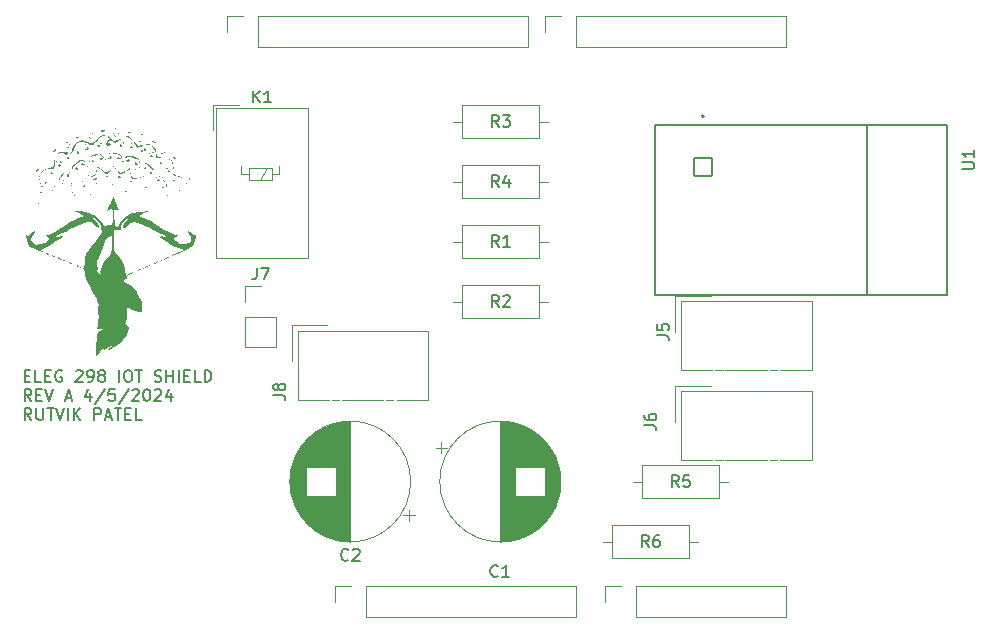
<source format=gto>
%TF.GenerationSoftware,KiCad,Pcbnew,7.0.10*%
%TF.CreationDate,2024-04-05T22:28:22-04:00*%
%TF.ProjectId,finalIOTproject,66696e61-6c49-44f5-9470-726f6a656374,rev?*%
%TF.SameCoordinates,Original*%
%TF.FileFunction,Legend,Top*%
%TF.FilePolarity,Positive*%
%FSLAX46Y46*%
G04 Gerber Fmt 4.6, Leading zero omitted, Abs format (unit mm)*
G04 Created by KiCad (PCBNEW 7.0.10) date 2024-04-05 22:28:22*
%MOMM*%
%LPD*%
G01*
G04 APERTURE LIST*
G04 Aperture macros list*
%AMRoundRect*
0 Rectangle with rounded corners*
0 $1 Rounding radius*
0 $2 $3 $4 $5 $6 $7 $8 $9 X,Y pos of 4 corners*
0 Add a 4 corners polygon primitive as box body*
4,1,4,$2,$3,$4,$5,$6,$7,$8,$9,$2,$3,0*
0 Add four circle primitives for the rounded corners*
1,1,$1+$1,$2,$3*
1,1,$1+$1,$4,$5*
1,1,$1+$1,$6,$7*
1,1,$1+$1,$8,$9*
0 Add four rect primitives between the rounded corners*
20,1,$1+$1,$2,$3,$4,$5,0*
20,1,$1+$1,$4,$5,$6,$7,0*
20,1,$1+$1,$6,$7,$8,$9,0*
20,1,$1+$1,$8,$9,$2,$3,0*%
G04 Aperture macros list end*
%ADD10C,0.150000*%
%ADD11C,0.120000*%
%ADD12C,0.127000*%
%ADD13C,0.200000*%
%ADD14C,1.524000*%
%ADD15R,1.524000X1.524000*%
%ADD16C,1.600000*%
%ADD17O,1.600000X1.600000*%
%ADD18R,2.000000X2.000000*%
%ADD19C,2.000000*%
%ADD20R,1.700000X1.700000*%
%ADD21O,1.700000X1.700000*%
%ADD22C,3.200000*%
%ADD23RoundRect,0.102000X-0.750000X0.750000X-0.750000X-0.750000X0.750000X-0.750000X0.750000X0.750000X0*%
%ADD24C,1.704000*%
G04 APERTURE END LIST*
D10*
X100336779Y-78346009D02*
X100670112Y-78346009D01*
X100812969Y-78869819D02*
X100336779Y-78869819D01*
X100336779Y-78869819D02*
X100336779Y-77869819D01*
X100336779Y-77869819D02*
X100812969Y-77869819D01*
X101717731Y-78869819D02*
X101241541Y-78869819D01*
X101241541Y-78869819D02*
X101241541Y-77869819D01*
X102051065Y-78346009D02*
X102384398Y-78346009D01*
X102527255Y-78869819D02*
X102051065Y-78869819D01*
X102051065Y-78869819D02*
X102051065Y-77869819D01*
X102051065Y-77869819D02*
X102527255Y-77869819D01*
X103479636Y-77917438D02*
X103384398Y-77869819D01*
X103384398Y-77869819D02*
X103241541Y-77869819D01*
X103241541Y-77869819D02*
X103098684Y-77917438D01*
X103098684Y-77917438D02*
X103003446Y-78012676D01*
X103003446Y-78012676D02*
X102955827Y-78107914D01*
X102955827Y-78107914D02*
X102908208Y-78298390D01*
X102908208Y-78298390D02*
X102908208Y-78441247D01*
X102908208Y-78441247D02*
X102955827Y-78631723D01*
X102955827Y-78631723D02*
X103003446Y-78726961D01*
X103003446Y-78726961D02*
X103098684Y-78822200D01*
X103098684Y-78822200D02*
X103241541Y-78869819D01*
X103241541Y-78869819D02*
X103336779Y-78869819D01*
X103336779Y-78869819D02*
X103479636Y-78822200D01*
X103479636Y-78822200D02*
X103527255Y-78774580D01*
X103527255Y-78774580D02*
X103527255Y-78441247D01*
X103527255Y-78441247D02*
X103336779Y-78441247D01*
X104670113Y-77965057D02*
X104717732Y-77917438D01*
X104717732Y-77917438D02*
X104812970Y-77869819D01*
X104812970Y-77869819D02*
X105051065Y-77869819D01*
X105051065Y-77869819D02*
X105146303Y-77917438D01*
X105146303Y-77917438D02*
X105193922Y-77965057D01*
X105193922Y-77965057D02*
X105241541Y-78060295D01*
X105241541Y-78060295D02*
X105241541Y-78155533D01*
X105241541Y-78155533D02*
X105193922Y-78298390D01*
X105193922Y-78298390D02*
X104622494Y-78869819D01*
X104622494Y-78869819D02*
X105241541Y-78869819D01*
X105717732Y-78869819D02*
X105908208Y-78869819D01*
X105908208Y-78869819D02*
X106003446Y-78822200D01*
X106003446Y-78822200D02*
X106051065Y-78774580D01*
X106051065Y-78774580D02*
X106146303Y-78631723D01*
X106146303Y-78631723D02*
X106193922Y-78441247D01*
X106193922Y-78441247D02*
X106193922Y-78060295D01*
X106193922Y-78060295D02*
X106146303Y-77965057D01*
X106146303Y-77965057D02*
X106098684Y-77917438D01*
X106098684Y-77917438D02*
X106003446Y-77869819D01*
X106003446Y-77869819D02*
X105812970Y-77869819D01*
X105812970Y-77869819D02*
X105717732Y-77917438D01*
X105717732Y-77917438D02*
X105670113Y-77965057D01*
X105670113Y-77965057D02*
X105622494Y-78060295D01*
X105622494Y-78060295D02*
X105622494Y-78298390D01*
X105622494Y-78298390D02*
X105670113Y-78393628D01*
X105670113Y-78393628D02*
X105717732Y-78441247D01*
X105717732Y-78441247D02*
X105812970Y-78488866D01*
X105812970Y-78488866D02*
X106003446Y-78488866D01*
X106003446Y-78488866D02*
X106098684Y-78441247D01*
X106098684Y-78441247D02*
X106146303Y-78393628D01*
X106146303Y-78393628D02*
X106193922Y-78298390D01*
X106765351Y-78298390D02*
X106670113Y-78250771D01*
X106670113Y-78250771D02*
X106622494Y-78203152D01*
X106622494Y-78203152D02*
X106574875Y-78107914D01*
X106574875Y-78107914D02*
X106574875Y-78060295D01*
X106574875Y-78060295D02*
X106622494Y-77965057D01*
X106622494Y-77965057D02*
X106670113Y-77917438D01*
X106670113Y-77917438D02*
X106765351Y-77869819D01*
X106765351Y-77869819D02*
X106955827Y-77869819D01*
X106955827Y-77869819D02*
X107051065Y-77917438D01*
X107051065Y-77917438D02*
X107098684Y-77965057D01*
X107098684Y-77965057D02*
X107146303Y-78060295D01*
X107146303Y-78060295D02*
X107146303Y-78107914D01*
X107146303Y-78107914D02*
X107098684Y-78203152D01*
X107098684Y-78203152D02*
X107051065Y-78250771D01*
X107051065Y-78250771D02*
X106955827Y-78298390D01*
X106955827Y-78298390D02*
X106765351Y-78298390D01*
X106765351Y-78298390D02*
X106670113Y-78346009D01*
X106670113Y-78346009D02*
X106622494Y-78393628D01*
X106622494Y-78393628D02*
X106574875Y-78488866D01*
X106574875Y-78488866D02*
X106574875Y-78679342D01*
X106574875Y-78679342D02*
X106622494Y-78774580D01*
X106622494Y-78774580D02*
X106670113Y-78822200D01*
X106670113Y-78822200D02*
X106765351Y-78869819D01*
X106765351Y-78869819D02*
X106955827Y-78869819D01*
X106955827Y-78869819D02*
X107051065Y-78822200D01*
X107051065Y-78822200D02*
X107098684Y-78774580D01*
X107098684Y-78774580D02*
X107146303Y-78679342D01*
X107146303Y-78679342D02*
X107146303Y-78488866D01*
X107146303Y-78488866D02*
X107098684Y-78393628D01*
X107098684Y-78393628D02*
X107051065Y-78346009D01*
X107051065Y-78346009D02*
X106955827Y-78298390D01*
X108336780Y-78869819D02*
X108336780Y-77869819D01*
X109003446Y-77869819D02*
X109193922Y-77869819D01*
X109193922Y-77869819D02*
X109289160Y-77917438D01*
X109289160Y-77917438D02*
X109384398Y-78012676D01*
X109384398Y-78012676D02*
X109432017Y-78203152D01*
X109432017Y-78203152D02*
X109432017Y-78536485D01*
X109432017Y-78536485D02*
X109384398Y-78726961D01*
X109384398Y-78726961D02*
X109289160Y-78822200D01*
X109289160Y-78822200D02*
X109193922Y-78869819D01*
X109193922Y-78869819D02*
X109003446Y-78869819D01*
X109003446Y-78869819D02*
X108908208Y-78822200D01*
X108908208Y-78822200D02*
X108812970Y-78726961D01*
X108812970Y-78726961D02*
X108765351Y-78536485D01*
X108765351Y-78536485D02*
X108765351Y-78203152D01*
X108765351Y-78203152D02*
X108812970Y-78012676D01*
X108812970Y-78012676D02*
X108908208Y-77917438D01*
X108908208Y-77917438D02*
X109003446Y-77869819D01*
X109717732Y-77869819D02*
X110289160Y-77869819D01*
X110003446Y-78869819D02*
X110003446Y-77869819D01*
X111336780Y-78822200D02*
X111479637Y-78869819D01*
X111479637Y-78869819D02*
X111717732Y-78869819D01*
X111717732Y-78869819D02*
X111812970Y-78822200D01*
X111812970Y-78822200D02*
X111860589Y-78774580D01*
X111860589Y-78774580D02*
X111908208Y-78679342D01*
X111908208Y-78679342D02*
X111908208Y-78584104D01*
X111908208Y-78584104D02*
X111860589Y-78488866D01*
X111860589Y-78488866D02*
X111812970Y-78441247D01*
X111812970Y-78441247D02*
X111717732Y-78393628D01*
X111717732Y-78393628D02*
X111527256Y-78346009D01*
X111527256Y-78346009D02*
X111432018Y-78298390D01*
X111432018Y-78298390D02*
X111384399Y-78250771D01*
X111384399Y-78250771D02*
X111336780Y-78155533D01*
X111336780Y-78155533D02*
X111336780Y-78060295D01*
X111336780Y-78060295D02*
X111384399Y-77965057D01*
X111384399Y-77965057D02*
X111432018Y-77917438D01*
X111432018Y-77917438D02*
X111527256Y-77869819D01*
X111527256Y-77869819D02*
X111765351Y-77869819D01*
X111765351Y-77869819D02*
X111908208Y-77917438D01*
X112336780Y-78869819D02*
X112336780Y-77869819D01*
X112336780Y-78346009D02*
X112908208Y-78346009D01*
X112908208Y-78869819D02*
X112908208Y-77869819D01*
X113384399Y-78869819D02*
X113384399Y-77869819D01*
X113860589Y-78346009D02*
X114193922Y-78346009D01*
X114336779Y-78869819D02*
X113860589Y-78869819D01*
X113860589Y-78869819D02*
X113860589Y-77869819D01*
X113860589Y-77869819D02*
X114336779Y-77869819D01*
X115241541Y-78869819D02*
X114765351Y-78869819D01*
X114765351Y-78869819D02*
X114765351Y-77869819D01*
X115574875Y-78869819D02*
X115574875Y-77869819D01*
X115574875Y-77869819D02*
X115812970Y-77869819D01*
X115812970Y-77869819D02*
X115955827Y-77917438D01*
X115955827Y-77917438D02*
X116051065Y-78012676D01*
X116051065Y-78012676D02*
X116098684Y-78107914D01*
X116098684Y-78107914D02*
X116146303Y-78298390D01*
X116146303Y-78298390D02*
X116146303Y-78441247D01*
X116146303Y-78441247D02*
X116098684Y-78631723D01*
X116098684Y-78631723D02*
X116051065Y-78726961D01*
X116051065Y-78726961D02*
X115955827Y-78822200D01*
X115955827Y-78822200D02*
X115812970Y-78869819D01*
X115812970Y-78869819D02*
X115574875Y-78869819D01*
X100908207Y-80479819D02*
X100574874Y-80003628D01*
X100336779Y-80479819D02*
X100336779Y-79479819D01*
X100336779Y-79479819D02*
X100717731Y-79479819D01*
X100717731Y-79479819D02*
X100812969Y-79527438D01*
X100812969Y-79527438D02*
X100860588Y-79575057D01*
X100860588Y-79575057D02*
X100908207Y-79670295D01*
X100908207Y-79670295D02*
X100908207Y-79813152D01*
X100908207Y-79813152D02*
X100860588Y-79908390D01*
X100860588Y-79908390D02*
X100812969Y-79956009D01*
X100812969Y-79956009D02*
X100717731Y-80003628D01*
X100717731Y-80003628D02*
X100336779Y-80003628D01*
X101336779Y-79956009D02*
X101670112Y-79956009D01*
X101812969Y-80479819D02*
X101336779Y-80479819D01*
X101336779Y-80479819D02*
X101336779Y-79479819D01*
X101336779Y-79479819D02*
X101812969Y-79479819D01*
X102098684Y-79479819D02*
X102432017Y-80479819D01*
X102432017Y-80479819D02*
X102765350Y-79479819D01*
X103812970Y-80194104D02*
X104289160Y-80194104D01*
X103717732Y-80479819D02*
X104051065Y-79479819D01*
X104051065Y-79479819D02*
X104384398Y-80479819D01*
X105908208Y-79813152D02*
X105908208Y-80479819D01*
X105670113Y-79432200D02*
X105432018Y-80146485D01*
X105432018Y-80146485D02*
X106051065Y-80146485D01*
X107146303Y-79432200D02*
X106289161Y-80717914D01*
X107955827Y-79479819D02*
X107479637Y-79479819D01*
X107479637Y-79479819D02*
X107432018Y-79956009D01*
X107432018Y-79956009D02*
X107479637Y-79908390D01*
X107479637Y-79908390D02*
X107574875Y-79860771D01*
X107574875Y-79860771D02*
X107812970Y-79860771D01*
X107812970Y-79860771D02*
X107908208Y-79908390D01*
X107908208Y-79908390D02*
X107955827Y-79956009D01*
X107955827Y-79956009D02*
X108003446Y-80051247D01*
X108003446Y-80051247D02*
X108003446Y-80289342D01*
X108003446Y-80289342D02*
X107955827Y-80384580D01*
X107955827Y-80384580D02*
X107908208Y-80432200D01*
X107908208Y-80432200D02*
X107812970Y-80479819D01*
X107812970Y-80479819D02*
X107574875Y-80479819D01*
X107574875Y-80479819D02*
X107479637Y-80432200D01*
X107479637Y-80432200D02*
X107432018Y-80384580D01*
X109146303Y-79432200D02*
X108289161Y-80717914D01*
X109432018Y-79575057D02*
X109479637Y-79527438D01*
X109479637Y-79527438D02*
X109574875Y-79479819D01*
X109574875Y-79479819D02*
X109812970Y-79479819D01*
X109812970Y-79479819D02*
X109908208Y-79527438D01*
X109908208Y-79527438D02*
X109955827Y-79575057D01*
X109955827Y-79575057D02*
X110003446Y-79670295D01*
X110003446Y-79670295D02*
X110003446Y-79765533D01*
X110003446Y-79765533D02*
X109955827Y-79908390D01*
X109955827Y-79908390D02*
X109384399Y-80479819D01*
X109384399Y-80479819D02*
X110003446Y-80479819D01*
X110622494Y-79479819D02*
X110717732Y-79479819D01*
X110717732Y-79479819D02*
X110812970Y-79527438D01*
X110812970Y-79527438D02*
X110860589Y-79575057D01*
X110860589Y-79575057D02*
X110908208Y-79670295D01*
X110908208Y-79670295D02*
X110955827Y-79860771D01*
X110955827Y-79860771D02*
X110955827Y-80098866D01*
X110955827Y-80098866D02*
X110908208Y-80289342D01*
X110908208Y-80289342D02*
X110860589Y-80384580D01*
X110860589Y-80384580D02*
X110812970Y-80432200D01*
X110812970Y-80432200D02*
X110717732Y-80479819D01*
X110717732Y-80479819D02*
X110622494Y-80479819D01*
X110622494Y-80479819D02*
X110527256Y-80432200D01*
X110527256Y-80432200D02*
X110479637Y-80384580D01*
X110479637Y-80384580D02*
X110432018Y-80289342D01*
X110432018Y-80289342D02*
X110384399Y-80098866D01*
X110384399Y-80098866D02*
X110384399Y-79860771D01*
X110384399Y-79860771D02*
X110432018Y-79670295D01*
X110432018Y-79670295D02*
X110479637Y-79575057D01*
X110479637Y-79575057D02*
X110527256Y-79527438D01*
X110527256Y-79527438D02*
X110622494Y-79479819D01*
X111336780Y-79575057D02*
X111384399Y-79527438D01*
X111384399Y-79527438D02*
X111479637Y-79479819D01*
X111479637Y-79479819D02*
X111717732Y-79479819D01*
X111717732Y-79479819D02*
X111812970Y-79527438D01*
X111812970Y-79527438D02*
X111860589Y-79575057D01*
X111860589Y-79575057D02*
X111908208Y-79670295D01*
X111908208Y-79670295D02*
X111908208Y-79765533D01*
X111908208Y-79765533D02*
X111860589Y-79908390D01*
X111860589Y-79908390D02*
X111289161Y-80479819D01*
X111289161Y-80479819D02*
X111908208Y-80479819D01*
X112765351Y-79813152D02*
X112765351Y-80479819D01*
X112527256Y-79432200D02*
X112289161Y-80146485D01*
X112289161Y-80146485D02*
X112908208Y-80146485D01*
X100908207Y-82089819D02*
X100574874Y-81613628D01*
X100336779Y-82089819D02*
X100336779Y-81089819D01*
X100336779Y-81089819D02*
X100717731Y-81089819D01*
X100717731Y-81089819D02*
X100812969Y-81137438D01*
X100812969Y-81137438D02*
X100860588Y-81185057D01*
X100860588Y-81185057D02*
X100908207Y-81280295D01*
X100908207Y-81280295D02*
X100908207Y-81423152D01*
X100908207Y-81423152D02*
X100860588Y-81518390D01*
X100860588Y-81518390D02*
X100812969Y-81566009D01*
X100812969Y-81566009D02*
X100717731Y-81613628D01*
X100717731Y-81613628D02*
X100336779Y-81613628D01*
X101336779Y-81089819D02*
X101336779Y-81899342D01*
X101336779Y-81899342D02*
X101384398Y-81994580D01*
X101384398Y-81994580D02*
X101432017Y-82042200D01*
X101432017Y-82042200D02*
X101527255Y-82089819D01*
X101527255Y-82089819D02*
X101717731Y-82089819D01*
X101717731Y-82089819D02*
X101812969Y-82042200D01*
X101812969Y-82042200D02*
X101860588Y-81994580D01*
X101860588Y-81994580D02*
X101908207Y-81899342D01*
X101908207Y-81899342D02*
X101908207Y-81089819D01*
X102241541Y-81089819D02*
X102812969Y-81089819D01*
X102527255Y-82089819D02*
X102527255Y-81089819D01*
X103003446Y-81089819D02*
X103336779Y-82089819D01*
X103336779Y-82089819D02*
X103670112Y-81089819D01*
X104003446Y-82089819D02*
X104003446Y-81089819D01*
X104479636Y-82089819D02*
X104479636Y-81089819D01*
X105051064Y-82089819D02*
X104622493Y-81518390D01*
X105051064Y-81089819D02*
X104479636Y-81661247D01*
X106241541Y-82089819D02*
X106241541Y-81089819D01*
X106241541Y-81089819D02*
X106622493Y-81089819D01*
X106622493Y-81089819D02*
X106717731Y-81137438D01*
X106717731Y-81137438D02*
X106765350Y-81185057D01*
X106765350Y-81185057D02*
X106812969Y-81280295D01*
X106812969Y-81280295D02*
X106812969Y-81423152D01*
X106812969Y-81423152D02*
X106765350Y-81518390D01*
X106765350Y-81518390D02*
X106717731Y-81566009D01*
X106717731Y-81566009D02*
X106622493Y-81613628D01*
X106622493Y-81613628D02*
X106241541Y-81613628D01*
X107193922Y-81804104D02*
X107670112Y-81804104D01*
X107098684Y-82089819D02*
X107432017Y-81089819D01*
X107432017Y-81089819D02*
X107765350Y-82089819D01*
X107955827Y-81089819D02*
X108527255Y-81089819D01*
X108241541Y-82089819D02*
X108241541Y-81089819D01*
X108860589Y-81566009D02*
X109193922Y-81566009D01*
X109336779Y-82089819D02*
X108860589Y-82089819D01*
X108860589Y-82089819D02*
X108860589Y-81089819D01*
X108860589Y-81089819D02*
X109336779Y-81089819D01*
X110241541Y-82089819D02*
X109765351Y-82089819D01*
X109765351Y-82089819D02*
X109765351Y-81089819D01*
X153874819Y-74933333D02*
X154589104Y-74933333D01*
X154589104Y-74933333D02*
X154731961Y-74980952D01*
X154731961Y-74980952D02*
X154827200Y-75076190D01*
X154827200Y-75076190D02*
X154874819Y-75219047D01*
X154874819Y-75219047D02*
X154874819Y-75314285D01*
X153874819Y-73980952D02*
X153874819Y-74457142D01*
X153874819Y-74457142D02*
X154351009Y-74504761D01*
X154351009Y-74504761D02*
X154303390Y-74457142D01*
X154303390Y-74457142D02*
X154255771Y-74361904D01*
X154255771Y-74361904D02*
X154255771Y-74123809D01*
X154255771Y-74123809D02*
X154303390Y-74028571D01*
X154303390Y-74028571D02*
X154351009Y-73980952D01*
X154351009Y-73980952D02*
X154446247Y-73933333D01*
X154446247Y-73933333D02*
X154684342Y-73933333D01*
X154684342Y-73933333D02*
X154779580Y-73980952D01*
X154779580Y-73980952D02*
X154827200Y-74028571D01*
X154827200Y-74028571D02*
X154874819Y-74123809D01*
X154874819Y-74123809D02*
X154874819Y-74361904D01*
X154874819Y-74361904D02*
X154827200Y-74457142D01*
X154827200Y-74457142D02*
X154779580Y-74504761D01*
X153173333Y-92834819D02*
X152840000Y-92358628D01*
X152601905Y-92834819D02*
X152601905Y-91834819D01*
X152601905Y-91834819D02*
X152982857Y-91834819D01*
X152982857Y-91834819D02*
X153078095Y-91882438D01*
X153078095Y-91882438D02*
X153125714Y-91930057D01*
X153125714Y-91930057D02*
X153173333Y-92025295D01*
X153173333Y-92025295D02*
X153173333Y-92168152D01*
X153173333Y-92168152D02*
X153125714Y-92263390D01*
X153125714Y-92263390D02*
X153078095Y-92311009D01*
X153078095Y-92311009D02*
X152982857Y-92358628D01*
X152982857Y-92358628D02*
X152601905Y-92358628D01*
X154030476Y-91834819D02*
X153840000Y-91834819D01*
X153840000Y-91834819D02*
X153744762Y-91882438D01*
X153744762Y-91882438D02*
X153697143Y-91930057D01*
X153697143Y-91930057D02*
X153601905Y-92072914D01*
X153601905Y-92072914D02*
X153554286Y-92263390D01*
X153554286Y-92263390D02*
X153554286Y-92644342D01*
X153554286Y-92644342D02*
X153601905Y-92739580D01*
X153601905Y-92739580D02*
X153649524Y-92787200D01*
X153649524Y-92787200D02*
X153744762Y-92834819D01*
X153744762Y-92834819D02*
X153935238Y-92834819D01*
X153935238Y-92834819D02*
X154030476Y-92787200D01*
X154030476Y-92787200D02*
X154078095Y-92739580D01*
X154078095Y-92739580D02*
X154125714Y-92644342D01*
X154125714Y-92644342D02*
X154125714Y-92406247D01*
X154125714Y-92406247D02*
X154078095Y-92311009D01*
X154078095Y-92311009D02*
X154030476Y-92263390D01*
X154030476Y-92263390D02*
X153935238Y-92215771D01*
X153935238Y-92215771D02*
X153744762Y-92215771D01*
X153744762Y-92215771D02*
X153649524Y-92263390D01*
X153649524Y-92263390D02*
X153601905Y-92311009D01*
X153601905Y-92311009D02*
X153554286Y-92406247D01*
X155713333Y-87754819D02*
X155380000Y-87278628D01*
X155141905Y-87754819D02*
X155141905Y-86754819D01*
X155141905Y-86754819D02*
X155522857Y-86754819D01*
X155522857Y-86754819D02*
X155618095Y-86802438D01*
X155618095Y-86802438D02*
X155665714Y-86850057D01*
X155665714Y-86850057D02*
X155713333Y-86945295D01*
X155713333Y-86945295D02*
X155713333Y-87088152D01*
X155713333Y-87088152D02*
X155665714Y-87183390D01*
X155665714Y-87183390D02*
X155618095Y-87231009D01*
X155618095Y-87231009D02*
X155522857Y-87278628D01*
X155522857Y-87278628D02*
X155141905Y-87278628D01*
X156618095Y-86754819D02*
X156141905Y-86754819D01*
X156141905Y-86754819D02*
X156094286Y-87231009D01*
X156094286Y-87231009D02*
X156141905Y-87183390D01*
X156141905Y-87183390D02*
X156237143Y-87135771D01*
X156237143Y-87135771D02*
X156475238Y-87135771D01*
X156475238Y-87135771D02*
X156570476Y-87183390D01*
X156570476Y-87183390D02*
X156618095Y-87231009D01*
X156618095Y-87231009D02*
X156665714Y-87326247D01*
X156665714Y-87326247D02*
X156665714Y-87564342D01*
X156665714Y-87564342D02*
X156618095Y-87659580D01*
X156618095Y-87659580D02*
X156570476Y-87707200D01*
X156570476Y-87707200D02*
X156475238Y-87754819D01*
X156475238Y-87754819D02*
X156237143Y-87754819D01*
X156237143Y-87754819D02*
X156141905Y-87707200D01*
X156141905Y-87707200D02*
X156094286Y-87659580D01*
X119674405Y-55197319D02*
X119674405Y-54197319D01*
X120245833Y-55197319D02*
X119817262Y-54625890D01*
X120245833Y-54197319D02*
X119674405Y-54768747D01*
X121198214Y-55197319D02*
X120626786Y-55197319D01*
X120912500Y-55197319D02*
X120912500Y-54197319D01*
X120912500Y-54197319D02*
X120817262Y-54340176D01*
X120817262Y-54340176D02*
X120722024Y-54435414D01*
X120722024Y-54435414D02*
X120626786Y-54483033D01*
X121394819Y-80013333D02*
X122109104Y-80013333D01*
X122109104Y-80013333D02*
X122251961Y-80060952D01*
X122251961Y-80060952D02*
X122347200Y-80156190D01*
X122347200Y-80156190D02*
X122394819Y-80299047D01*
X122394819Y-80299047D02*
X122394819Y-80394285D01*
X121823390Y-79394285D02*
X121775771Y-79489523D01*
X121775771Y-79489523D02*
X121728152Y-79537142D01*
X121728152Y-79537142D02*
X121632914Y-79584761D01*
X121632914Y-79584761D02*
X121585295Y-79584761D01*
X121585295Y-79584761D02*
X121490057Y-79537142D01*
X121490057Y-79537142D02*
X121442438Y-79489523D01*
X121442438Y-79489523D02*
X121394819Y-79394285D01*
X121394819Y-79394285D02*
X121394819Y-79203809D01*
X121394819Y-79203809D02*
X121442438Y-79108571D01*
X121442438Y-79108571D02*
X121490057Y-79060952D01*
X121490057Y-79060952D02*
X121585295Y-79013333D01*
X121585295Y-79013333D02*
X121632914Y-79013333D01*
X121632914Y-79013333D02*
X121728152Y-79060952D01*
X121728152Y-79060952D02*
X121775771Y-79108571D01*
X121775771Y-79108571D02*
X121823390Y-79203809D01*
X121823390Y-79203809D02*
X121823390Y-79394285D01*
X121823390Y-79394285D02*
X121871009Y-79489523D01*
X121871009Y-79489523D02*
X121918628Y-79537142D01*
X121918628Y-79537142D02*
X122013866Y-79584761D01*
X122013866Y-79584761D02*
X122204342Y-79584761D01*
X122204342Y-79584761D02*
X122299580Y-79537142D01*
X122299580Y-79537142D02*
X122347200Y-79489523D01*
X122347200Y-79489523D02*
X122394819Y-79394285D01*
X122394819Y-79394285D02*
X122394819Y-79203809D01*
X122394819Y-79203809D02*
X122347200Y-79108571D01*
X122347200Y-79108571D02*
X122299580Y-79060952D01*
X122299580Y-79060952D02*
X122204342Y-79013333D01*
X122204342Y-79013333D02*
X122013866Y-79013333D01*
X122013866Y-79013333D02*
X121918628Y-79060952D01*
X121918628Y-79060952D02*
X121871009Y-79108571D01*
X121871009Y-79108571D02*
X121823390Y-79203809D01*
X119986666Y-69184819D02*
X119986666Y-69899104D01*
X119986666Y-69899104D02*
X119939047Y-70041961D01*
X119939047Y-70041961D02*
X119843809Y-70137200D01*
X119843809Y-70137200D02*
X119700952Y-70184819D01*
X119700952Y-70184819D02*
X119605714Y-70184819D01*
X120367619Y-69184819D02*
X121034285Y-69184819D01*
X121034285Y-69184819D02*
X120605714Y-70184819D01*
X152794819Y-82553333D02*
X153509104Y-82553333D01*
X153509104Y-82553333D02*
X153651961Y-82600952D01*
X153651961Y-82600952D02*
X153747200Y-82696190D01*
X153747200Y-82696190D02*
X153794819Y-82839047D01*
X153794819Y-82839047D02*
X153794819Y-82934285D01*
X152794819Y-81648571D02*
X152794819Y-81839047D01*
X152794819Y-81839047D02*
X152842438Y-81934285D01*
X152842438Y-81934285D02*
X152890057Y-81981904D01*
X152890057Y-81981904D02*
X153032914Y-82077142D01*
X153032914Y-82077142D02*
X153223390Y-82124761D01*
X153223390Y-82124761D02*
X153604342Y-82124761D01*
X153604342Y-82124761D02*
X153699580Y-82077142D01*
X153699580Y-82077142D02*
X153747200Y-82029523D01*
X153747200Y-82029523D02*
X153794819Y-81934285D01*
X153794819Y-81934285D02*
X153794819Y-81743809D01*
X153794819Y-81743809D02*
X153747200Y-81648571D01*
X153747200Y-81648571D02*
X153699580Y-81600952D01*
X153699580Y-81600952D02*
X153604342Y-81553333D01*
X153604342Y-81553333D02*
X153366247Y-81553333D01*
X153366247Y-81553333D02*
X153271009Y-81600952D01*
X153271009Y-81600952D02*
X153223390Y-81648571D01*
X153223390Y-81648571D02*
X153175771Y-81743809D01*
X153175771Y-81743809D02*
X153175771Y-81934285D01*
X153175771Y-81934285D02*
X153223390Y-82029523D01*
X153223390Y-82029523D02*
X153271009Y-82077142D01*
X153271009Y-82077142D02*
X153366247Y-82124761D01*
X140473333Y-57274819D02*
X140140000Y-56798628D01*
X139901905Y-57274819D02*
X139901905Y-56274819D01*
X139901905Y-56274819D02*
X140282857Y-56274819D01*
X140282857Y-56274819D02*
X140378095Y-56322438D01*
X140378095Y-56322438D02*
X140425714Y-56370057D01*
X140425714Y-56370057D02*
X140473333Y-56465295D01*
X140473333Y-56465295D02*
X140473333Y-56608152D01*
X140473333Y-56608152D02*
X140425714Y-56703390D01*
X140425714Y-56703390D02*
X140378095Y-56751009D01*
X140378095Y-56751009D02*
X140282857Y-56798628D01*
X140282857Y-56798628D02*
X139901905Y-56798628D01*
X140806667Y-56274819D02*
X141425714Y-56274819D01*
X141425714Y-56274819D02*
X141092381Y-56655771D01*
X141092381Y-56655771D02*
X141235238Y-56655771D01*
X141235238Y-56655771D02*
X141330476Y-56703390D01*
X141330476Y-56703390D02*
X141378095Y-56751009D01*
X141378095Y-56751009D02*
X141425714Y-56846247D01*
X141425714Y-56846247D02*
X141425714Y-57084342D01*
X141425714Y-57084342D02*
X141378095Y-57179580D01*
X141378095Y-57179580D02*
X141330476Y-57227200D01*
X141330476Y-57227200D02*
X141235238Y-57274819D01*
X141235238Y-57274819D02*
X140949524Y-57274819D01*
X140949524Y-57274819D02*
X140854286Y-57227200D01*
X140854286Y-57227200D02*
X140806667Y-57179580D01*
X140473333Y-72514819D02*
X140140000Y-72038628D01*
X139901905Y-72514819D02*
X139901905Y-71514819D01*
X139901905Y-71514819D02*
X140282857Y-71514819D01*
X140282857Y-71514819D02*
X140378095Y-71562438D01*
X140378095Y-71562438D02*
X140425714Y-71610057D01*
X140425714Y-71610057D02*
X140473333Y-71705295D01*
X140473333Y-71705295D02*
X140473333Y-71848152D01*
X140473333Y-71848152D02*
X140425714Y-71943390D01*
X140425714Y-71943390D02*
X140378095Y-71991009D01*
X140378095Y-71991009D02*
X140282857Y-72038628D01*
X140282857Y-72038628D02*
X139901905Y-72038628D01*
X140854286Y-71610057D02*
X140901905Y-71562438D01*
X140901905Y-71562438D02*
X140997143Y-71514819D01*
X140997143Y-71514819D02*
X141235238Y-71514819D01*
X141235238Y-71514819D02*
X141330476Y-71562438D01*
X141330476Y-71562438D02*
X141378095Y-71610057D01*
X141378095Y-71610057D02*
X141425714Y-71705295D01*
X141425714Y-71705295D02*
X141425714Y-71800533D01*
X141425714Y-71800533D02*
X141378095Y-71943390D01*
X141378095Y-71943390D02*
X140806667Y-72514819D01*
X140806667Y-72514819D02*
X141425714Y-72514819D01*
X127733333Y-93909580D02*
X127685714Y-93957200D01*
X127685714Y-93957200D02*
X127542857Y-94004819D01*
X127542857Y-94004819D02*
X127447619Y-94004819D01*
X127447619Y-94004819D02*
X127304762Y-93957200D01*
X127304762Y-93957200D02*
X127209524Y-93861961D01*
X127209524Y-93861961D02*
X127161905Y-93766723D01*
X127161905Y-93766723D02*
X127114286Y-93576247D01*
X127114286Y-93576247D02*
X127114286Y-93433390D01*
X127114286Y-93433390D02*
X127161905Y-93242914D01*
X127161905Y-93242914D02*
X127209524Y-93147676D01*
X127209524Y-93147676D02*
X127304762Y-93052438D01*
X127304762Y-93052438D02*
X127447619Y-93004819D01*
X127447619Y-93004819D02*
X127542857Y-93004819D01*
X127542857Y-93004819D02*
X127685714Y-93052438D01*
X127685714Y-93052438D02*
X127733333Y-93100057D01*
X128114286Y-93100057D02*
X128161905Y-93052438D01*
X128161905Y-93052438D02*
X128257143Y-93004819D01*
X128257143Y-93004819D02*
X128495238Y-93004819D01*
X128495238Y-93004819D02*
X128590476Y-93052438D01*
X128590476Y-93052438D02*
X128638095Y-93100057D01*
X128638095Y-93100057D02*
X128685714Y-93195295D01*
X128685714Y-93195295D02*
X128685714Y-93290533D01*
X128685714Y-93290533D02*
X128638095Y-93433390D01*
X128638095Y-93433390D02*
X128066667Y-94004819D01*
X128066667Y-94004819D02*
X128685714Y-94004819D01*
X140473333Y-67434819D02*
X140140000Y-66958628D01*
X139901905Y-67434819D02*
X139901905Y-66434819D01*
X139901905Y-66434819D02*
X140282857Y-66434819D01*
X140282857Y-66434819D02*
X140378095Y-66482438D01*
X140378095Y-66482438D02*
X140425714Y-66530057D01*
X140425714Y-66530057D02*
X140473333Y-66625295D01*
X140473333Y-66625295D02*
X140473333Y-66768152D01*
X140473333Y-66768152D02*
X140425714Y-66863390D01*
X140425714Y-66863390D02*
X140378095Y-66911009D01*
X140378095Y-66911009D02*
X140282857Y-66958628D01*
X140282857Y-66958628D02*
X139901905Y-66958628D01*
X141425714Y-67434819D02*
X140854286Y-67434819D01*
X141140000Y-67434819D02*
X141140000Y-66434819D01*
X141140000Y-66434819D02*
X141044762Y-66577676D01*
X141044762Y-66577676D02*
X140949524Y-66672914D01*
X140949524Y-66672914D02*
X140854286Y-66720533D01*
X140473333Y-62354819D02*
X140140000Y-61878628D01*
X139901905Y-62354819D02*
X139901905Y-61354819D01*
X139901905Y-61354819D02*
X140282857Y-61354819D01*
X140282857Y-61354819D02*
X140378095Y-61402438D01*
X140378095Y-61402438D02*
X140425714Y-61450057D01*
X140425714Y-61450057D02*
X140473333Y-61545295D01*
X140473333Y-61545295D02*
X140473333Y-61688152D01*
X140473333Y-61688152D02*
X140425714Y-61783390D01*
X140425714Y-61783390D02*
X140378095Y-61831009D01*
X140378095Y-61831009D02*
X140282857Y-61878628D01*
X140282857Y-61878628D02*
X139901905Y-61878628D01*
X141330476Y-61688152D02*
X141330476Y-62354819D01*
X141092381Y-61307200D02*
X140854286Y-62021485D01*
X140854286Y-62021485D02*
X141473333Y-62021485D01*
X179729819Y-60816904D02*
X180539342Y-60816904D01*
X180539342Y-60816904D02*
X180634580Y-60769285D01*
X180634580Y-60769285D02*
X180682200Y-60721666D01*
X180682200Y-60721666D02*
X180729819Y-60626428D01*
X180729819Y-60626428D02*
X180729819Y-60435952D01*
X180729819Y-60435952D02*
X180682200Y-60340714D01*
X180682200Y-60340714D02*
X180634580Y-60293095D01*
X180634580Y-60293095D02*
X180539342Y-60245476D01*
X180539342Y-60245476D02*
X179729819Y-60245476D01*
X180729819Y-59245476D02*
X180729819Y-59816904D01*
X180729819Y-59531190D02*
X179729819Y-59531190D01*
X179729819Y-59531190D02*
X179872676Y-59626428D01*
X179872676Y-59626428D02*
X179967914Y-59721666D01*
X179967914Y-59721666D02*
X180015533Y-59816904D01*
X140393333Y-95279580D02*
X140345714Y-95327200D01*
X140345714Y-95327200D02*
X140202857Y-95374819D01*
X140202857Y-95374819D02*
X140107619Y-95374819D01*
X140107619Y-95374819D02*
X139964762Y-95327200D01*
X139964762Y-95327200D02*
X139869524Y-95231961D01*
X139869524Y-95231961D02*
X139821905Y-95136723D01*
X139821905Y-95136723D02*
X139774286Y-94946247D01*
X139774286Y-94946247D02*
X139774286Y-94803390D01*
X139774286Y-94803390D02*
X139821905Y-94612914D01*
X139821905Y-94612914D02*
X139869524Y-94517676D01*
X139869524Y-94517676D02*
X139964762Y-94422438D01*
X139964762Y-94422438D02*
X140107619Y-94374819D01*
X140107619Y-94374819D02*
X140202857Y-94374819D01*
X140202857Y-94374819D02*
X140345714Y-94422438D01*
X140345714Y-94422438D02*
X140393333Y-94470057D01*
X141345714Y-95374819D02*
X140774286Y-95374819D01*
X141060000Y-95374819D02*
X141060000Y-94374819D01*
X141060000Y-94374819D02*
X140964762Y-94517676D01*
X140964762Y-94517676D02*
X140869524Y-94612914D01*
X140869524Y-94612914D02*
X140774286Y-94660533D01*
D11*
%TO.C,J5*%
X155420000Y-71600000D02*
X158420000Y-71600000D01*
X155920000Y-72050000D02*
X166970000Y-72050000D01*
X155420000Y-74600000D02*
X155420000Y-71600000D01*
X166970000Y-77900000D02*
X166970000Y-72050000D01*
X164320000Y-77900000D02*
X166970000Y-77900000D01*
X163420000Y-77900000D02*
X164020000Y-77900000D01*
X159670000Y-77900000D02*
X163170000Y-77900000D01*
X158820000Y-77900000D02*
X159420000Y-77900000D01*
X155920000Y-77900000D02*
X155920000Y-72050000D01*
X155920000Y-77900000D02*
X158570000Y-77900000D01*
%TO.C,G\u002A\u002A\u002A*%
G36*
X107905496Y-63199147D02*
G01*
X107969210Y-63525095D01*
X108123551Y-63883703D01*
X108278894Y-64117690D01*
X108360029Y-64238645D01*
X108295485Y-64281440D01*
X108159863Y-64286061D01*
X107900206Y-64286061D01*
X107928474Y-64982578D01*
X107951491Y-65354942D01*
X107990201Y-65574713D01*
X108055338Y-65681662D01*
X108125114Y-65711224D01*
X108267990Y-65675496D01*
X108293485Y-65599361D01*
X108370140Y-65389371D01*
X108568528Y-65136162D01*
X108815861Y-64911440D01*
X109255606Y-64911440D01*
X109303712Y-64959546D01*
X109351818Y-64911440D01*
X109303712Y-64863334D01*
X109255606Y-64911440D01*
X108815861Y-64911440D01*
X108841282Y-64888343D01*
X109141035Y-64694521D01*
X109204322Y-64664642D01*
X109516179Y-64563898D01*
X109918165Y-64479884D01*
X110217727Y-64441364D01*
X110843106Y-64387490D01*
X110415084Y-64589284D01*
X109987061Y-64791079D01*
X110591525Y-65065466D01*
X110990864Y-65266492D01*
X111396553Y-65501718D01*
X111644926Y-65666785D01*
X112110122Y-65977432D01*
X112546685Y-66217301D01*
X112913289Y-66365771D01*
X113124311Y-66404867D01*
X113344621Y-66407006D01*
X113117335Y-66581805D01*
X112890048Y-66756605D01*
X113145906Y-66957862D01*
X113528748Y-67175556D01*
X113900350Y-67233359D01*
X114214441Y-67130604D01*
X114409471Y-66908788D01*
X114431523Y-66636473D01*
X114278711Y-66351218D01*
X114254889Y-66324657D01*
X114136829Y-66174590D01*
X114161258Y-66117365D01*
X114199910Y-66114091D01*
X114391357Y-66187808D01*
X114570478Y-66355552D01*
X114650247Y-66529865D01*
X114684735Y-66548060D01*
X114739697Y-66450834D01*
X114794472Y-66355338D01*
X114820722Y-66419612D01*
X114828640Y-66595152D01*
X114795118Y-66923688D01*
X114664532Y-67196764D01*
X114412196Y-67440744D01*
X114013425Y-67681994D01*
X113646499Y-67857723D01*
X113279137Y-68017271D01*
X112982304Y-68135511D01*
X112795772Y-68197186D01*
X112753079Y-68200453D01*
X112812208Y-68146526D01*
X113006870Y-68046786D01*
X113254634Y-67939595D01*
X113796940Y-67719489D01*
X113368927Y-67557018D01*
X113099156Y-67433929D01*
X112766260Y-67253375D01*
X112419690Y-67045931D01*
X112108898Y-66842174D01*
X111883335Y-66672679D01*
X111800269Y-66587128D01*
X111842961Y-66544800D01*
X112018216Y-66556195D01*
X112040975Y-66560521D01*
X112264838Y-66574614D01*
X112334394Y-66510966D01*
X112254551Y-66421039D01*
X112155042Y-66402727D01*
X112002413Y-66360407D01*
X111720587Y-66245267D01*
X111350154Y-66075036D01*
X110943619Y-65873561D01*
X110387720Y-65601601D01*
X109961887Y-65430695D01*
X109634783Y-65357132D01*
X109375068Y-65377201D01*
X109151403Y-65487194D01*
X108974371Y-65640431D01*
X108791099Y-65817213D01*
X108705156Y-65865590D01*
X108679788Y-65795174D01*
X108678333Y-65717855D01*
X108742040Y-65507990D01*
X108899562Y-65266140D01*
X108942917Y-65216924D01*
X109097230Y-65045909D01*
X109122012Y-64990650D01*
X109023175Y-65030220D01*
X108991023Y-65046673D01*
X108740871Y-65243879D01*
X108564731Y-65506762D01*
X108504887Y-65766297D01*
X108513831Y-65825625D01*
X108520120Y-65956185D01*
X108414684Y-66009548D01*
X108236372Y-66017879D01*
X107908636Y-66017879D01*
X107908636Y-66968779D01*
X107912431Y-67409037D01*
X107928072Y-67693193D01*
X107961948Y-67857492D01*
X108020447Y-67938176D01*
X108084323Y-67965622D01*
X108246891Y-68085414D01*
X108434834Y-68335028D01*
X108618943Y-68659767D01*
X108770007Y-69004933D01*
X108858817Y-69315829D01*
X108870758Y-69438277D01*
X108898324Y-69727117D01*
X108965194Y-69958797D01*
X108970355Y-69968901D01*
X109020003Y-70113525D01*
X108935182Y-70154820D01*
X108922249Y-70155000D01*
X108780146Y-70200115D01*
X108782152Y-70313532D01*
X108908708Y-70462357D01*
X109140258Y-70613697D01*
X109216558Y-70649980D01*
X109495395Y-70797534D01*
X109682563Y-70979048D01*
X109841583Y-71261746D01*
X109884917Y-71357315D01*
X110024445Y-71645844D01*
X110149050Y-71857934D01*
X110212602Y-71931757D01*
X110280675Y-72064657D01*
X110311816Y-72307269D01*
X110307665Y-72586928D01*
X110269859Y-72830966D01*
X110200039Y-72966718D01*
X110189132Y-72972457D01*
X110002951Y-72972529D01*
X109726400Y-72901176D01*
X109435075Y-72784355D01*
X109204569Y-72648021D01*
X109177078Y-72624959D01*
X109092759Y-72564132D01*
X109041773Y-72591327D01*
X109013245Y-72738103D01*
X108996304Y-73036020D01*
X108991742Y-73162908D01*
X108966391Y-73509503D01*
X108921699Y-73776462D01*
X108867029Y-73909171D01*
X108863344Y-73911855D01*
X108849982Y-73980940D01*
X108958837Y-74029235D01*
X109104648Y-74119872D01*
X109156323Y-74323236D01*
X109158033Y-74403379D01*
X109122529Y-74623215D01*
X109000676Y-74861870D01*
X108766599Y-75165677D01*
X108670102Y-75277042D01*
X108307073Y-75648080D01*
X107939634Y-75918550D01*
X107483067Y-76148545D01*
X107379470Y-76192537D01*
X107385549Y-76160072D01*
X107507128Y-76033032D01*
X107620000Y-75927831D01*
X107956743Y-75623097D01*
X107499735Y-75924353D01*
X107242823Y-76075146D01*
X107081327Y-76131710D01*
X107042727Y-76105900D01*
X106982897Y-76095982D01*
X106829728Y-76201060D01*
X106705985Y-76312576D01*
X106369243Y-76638960D01*
X106369243Y-76345966D01*
X106377383Y-76104300D01*
X106398780Y-75746325D01*
X106428900Y-75347335D01*
X106430611Y-75326979D01*
X106465619Y-74957168D01*
X106506593Y-74733430D01*
X106573638Y-74609933D01*
X106686858Y-74540848D01*
X106791407Y-74504482D01*
X107090833Y-74407978D01*
X106773784Y-74398156D01*
X106569848Y-74381583D01*
X106494131Y-74311194D01*
X106508913Y-74129896D01*
X106528914Y-74027538D01*
X106583686Y-73697744D01*
X106596681Y-73406969D01*
X106568441Y-73065804D01*
X106536190Y-72828819D01*
X106504337Y-72558032D01*
X106520032Y-72434341D01*
X106593662Y-72416045D01*
X106636205Y-72427182D01*
X106748151Y-72456473D01*
X106697426Y-72411766D01*
X106633826Y-72370363D01*
X106503905Y-72190134D01*
X106465455Y-71978250D01*
X106441593Y-71777601D01*
X106384393Y-71694394D01*
X106293326Y-71616350D01*
X106173839Y-71424285D01*
X106152553Y-71381705D01*
X106028895Y-71129132D01*
X105858436Y-70785708D01*
X105704448Y-70478275D01*
X105550699Y-70130562D01*
X105443284Y-69806940D01*
X105407121Y-69596331D01*
X105371401Y-69375309D01*
X105286856Y-69256598D01*
X105215956Y-69213128D01*
X105286856Y-69200475D01*
X105369821Y-69102760D01*
X105402711Y-68857763D01*
X106424255Y-68857763D01*
X106467425Y-69004136D01*
X106526169Y-69194562D01*
X106511800Y-69291940D01*
X106485564Y-69474053D01*
X106564357Y-69660015D01*
X106705533Y-69760519D01*
X106736521Y-69762556D01*
X106821168Y-69736616D01*
X106783549Y-69708234D01*
X106726143Y-69592784D01*
X106768610Y-69365559D01*
X106893060Y-69066966D01*
X107081605Y-68737411D01*
X107316355Y-68417300D01*
X107395100Y-68326970D01*
X107553615Y-68136929D01*
X107649070Y-67956535D01*
X107700583Y-67724593D01*
X107727274Y-67379909D01*
X107733341Y-67244360D01*
X107745816Y-66893240D01*
X107751117Y-66631058D01*
X107748426Y-66503982D01*
X107746529Y-66498716D01*
X107654701Y-66528725D01*
X107497920Y-66586697D01*
X107332390Y-66708311D01*
X107178456Y-66959668D01*
X107046361Y-67284235D01*
X106888510Y-67691244D01*
X106711425Y-68105437D01*
X106594953Y-68352716D01*
X106460558Y-68655490D01*
X106424255Y-68857763D01*
X105402711Y-68857763D01*
X105405914Y-68833901D01*
X105407121Y-68755147D01*
X105441906Y-68386917D01*
X105560690Y-68037098D01*
X105785120Y-67660890D01*
X106136841Y-67213496D01*
X106171866Y-67172424D01*
X106553508Y-66709094D01*
X106797664Y-66369359D01*
X106908511Y-66146593D01*
X106890225Y-66034168D01*
X106889606Y-66033721D01*
X106819002Y-65898843D01*
X106786996Y-65703102D01*
X106711735Y-65395328D01*
X106498898Y-65151239D01*
X106235019Y-64987995D01*
X106072165Y-64907116D01*
X106032058Y-64906237D01*
X106121018Y-65003410D01*
X106300170Y-65174071D01*
X106531826Y-65439209D01*
X106650004Y-65675407D01*
X106657879Y-65734815D01*
X106649083Y-65861299D01*
X106599216Y-65875753D01*
X106473053Y-65767530D01*
X106347867Y-65641108D01*
X106131860Y-65444129D01*
X105940153Y-65361739D01*
X105677530Y-65359278D01*
X105593958Y-65366673D01*
X105152731Y-65474990D01*
X104655335Y-65708264D01*
X104581053Y-65751808D01*
X104199503Y-65962633D01*
X103796554Y-66156406D01*
X103530985Y-66264411D01*
X103186325Y-66398991D01*
X102988458Y-66503087D01*
X102947132Y-66567309D01*
X103072096Y-66582263D01*
X103218296Y-66565625D01*
X103449026Y-66538884D01*
X103572557Y-66540477D01*
X103579091Y-66546135D01*
X103502233Y-66626351D01*
X103300142Y-66773916D01*
X103015546Y-66962280D01*
X102691170Y-67164893D01*
X102369742Y-67355205D01*
X102093988Y-67506667D01*
X101906635Y-67592727D01*
X101883480Y-67599768D01*
X101606933Y-67669177D01*
X101847368Y-67802240D01*
X102003261Y-67897240D01*
X102039697Y-67938267D01*
X101896949Y-67902325D01*
X101643997Y-67804356D01*
X101341084Y-67671634D01*
X101048453Y-67531432D01*
X100826349Y-67411022D01*
X100743537Y-67351479D01*
X100618478Y-67146866D01*
X100499426Y-66847799D01*
X100420724Y-66550150D01*
X100407151Y-66412423D01*
X100428401Y-66323475D01*
X100507293Y-66388642D01*
X100551469Y-66445169D01*
X100655887Y-66564520D01*
X100690648Y-66528592D01*
X100692727Y-66472608D01*
X100775220Y-66303741D01*
X100971196Y-66165648D01*
X101185605Y-66114091D01*
X101211625Y-66167449D01*
X101107761Y-66298862D01*
X101095718Y-66310263D01*
X100917825Y-66581284D01*
X100912412Y-66870063D01*
X101073728Y-67120836D01*
X101332443Y-67235102D01*
X101664986Y-67216022D01*
X102015834Y-67072710D01*
X102207689Y-66934658D01*
X102371433Y-66779299D01*
X102396379Y-66695129D01*
X102304280Y-66640017D01*
X102158810Y-66538054D01*
X102159419Y-66439753D01*
X102284060Y-66402727D01*
X102524376Y-66340624D01*
X102895376Y-66159389D01*
X103382956Y-65866638D01*
X103838976Y-65563125D01*
X104210025Y-65324833D01*
X104578225Y-65117074D01*
X104875249Y-64977815D01*
X104924007Y-64960223D01*
X105326853Y-64827272D01*
X104909980Y-64602940D01*
X104493106Y-64378608D01*
X105097971Y-64428734D01*
X105806371Y-64549331D01*
X106359483Y-64780428D01*
X106755988Y-65121298D01*
X106951097Y-65451668D01*
X107061662Y-65639537D01*
X107169211Y-65647269D01*
X107178585Y-65640052D01*
X107360826Y-65575606D01*
X107478957Y-65576761D01*
X107667436Y-65553455D01*
X107738792Y-65499138D01*
X107778170Y-65348875D01*
X107802119Y-65085050D01*
X107809771Y-64776274D01*
X107800262Y-64491161D01*
X107772726Y-64298323D01*
X107754425Y-64260133D01*
X107632235Y-64248093D01*
X107446341Y-64297216D01*
X107274703Y-64356661D01*
X107265016Y-64321760D01*
X107374730Y-64195086D01*
X107508049Y-63991493D01*
X107653052Y-63687395D01*
X107727780Y-63492535D01*
X107820243Y-63258255D01*
X107884713Y-63158418D01*
X107905496Y-63199147D01*
G37*
G36*
X109494844Y-69623577D02*
G01*
X109359019Y-69717904D01*
X109351818Y-69722046D01*
X109144655Y-69822800D01*
X109015076Y-69859545D01*
X109016368Y-69820515D01*
X109152193Y-69726187D01*
X109159394Y-69722046D01*
X109366557Y-69621291D01*
X109496136Y-69584546D01*
X109494844Y-69623577D01*
G37*
G36*
X109736667Y-69529621D02*
G01*
X109688561Y-69577727D01*
X109640455Y-69529621D01*
X109688561Y-69481515D01*
X109736667Y-69529621D01*
G37*
G36*
X110186832Y-69331739D02*
G01*
X110121515Y-69385303D01*
X109946119Y-69466717D01*
X109880985Y-69478569D01*
X109863775Y-69438867D01*
X109929091Y-69385303D01*
X110104487Y-69303890D01*
X110169621Y-69292038D01*
X110186832Y-69331739D01*
G37*
G36*
X110410152Y-69240985D02*
G01*
X110362046Y-69289091D01*
X110313940Y-69240985D01*
X110362046Y-69192879D01*
X110410152Y-69240985D01*
G37*
G36*
X104939855Y-69051306D02*
G01*
X105022273Y-69096667D01*
X105099283Y-69172903D01*
X105070379Y-69189932D01*
X104912266Y-69142028D01*
X104829849Y-69096667D01*
X104752838Y-69020431D01*
X104781743Y-69003401D01*
X104939855Y-69051306D01*
G37*
G36*
X111034238Y-68950092D02*
G01*
X110898413Y-69044420D01*
X110891212Y-69048561D01*
X110684049Y-69149315D01*
X110554470Y-69186060D01*
X110555762Y-69147030D01*
X110691587Y-69052702D01*
X110698788Y-69048561D01*
X110905951Y-68947806D01*
X111035530Y-68911061D01*
X111034238Y-68950092D01*
G37*
G36*
X104637424Y-68952349D02*
G01*
X104589318Y-69000455D01*
X104541212Y-68952349D01*
X104589318Y-68904243D01*
X104637424Y-68952349D01*
G37*
G36*
X104266371Y-68762670D02*
G01*
X104348788Y-68808030D01*
X104425798Y-68884266D01*
X104396894Y-68901296D01*
X104238781Y-68853391D01*
X104156364Y-68808030D01*
X104079353Y-68731795D01*
X104108258Y-68714765D01*
X104266371Y-68762670D01*
G37*
G36*
X111707723Y-68661456D02*
G01*
X111571898Y-68755783D01*
X111564697Y-68759924D01*
X111357534Y-68860679D01*
X111227955Y-68897424D01*
X111229247Y-68858393D01*
X111365072Y-68764066D01*
X111372273Y-68759924D01*
X111579436Y-68659170D01*
X111709015Y-68622425D01*
X111707723Y-68661456D01*
G37*
G36*
X103785310Y-68570245D02*
G01*
X103867727Y-68615606D01*
X103944738Y-68691842D01*
X103915833Y-68708872D01*
X103757721Y-68660967D01*
X103675303Y-68615606D01*
X103598293Y-68539370D01*
X103627197Y-68522341D01*
X103785310Y-68570245D01*
G37*
G36*
X111949546Y-68567500D02*
G01*
X111901440Y-68615606D01*
X111853333Y-68567500D01*
X111901440Y-68519394D01*
X111949546Y-68567500D01*
G37*
G36*
X103304249Y-68377821D02*
G01*
X103386667Y-68423182D01*
X103463677Y-68499418D01*
X103434773Y-68516448D01*
X103276660Y-68468543D01*
X103194243Y-68423182D01*
X103117232Y-68346946D01*
X103146136Y-68329916D01*
X103304249Y-68377821D01*
G37*
G36*
X112573632Y-68276607D02*
G01*
X112437807Y-68370935D01*
X112430606Y-68375076D01*
X112223443Y-68475831D01*
X112093864Y-68512575D01*
X112095156Y-68473545D01*
X112230981Y-68379217D01*
X112238182Y-68375076D01*
X112445345Y-68274321D01*
X112574924Y-68237576D01*
X112573632Y-68276607D01*
G37*
G36*
X102823189Y-68185397D02*
G01*
X102905606Y-68230758D01*
X102982617Y-68306993D01*
X102953712Y-68324023D01*
X102795599Y-68276119D01*
X102713182Y-68230758D01*
X102636171Y-68154522D01*
X102665076Y-68137492D01*
X102823189Y-68185397D01*
G37*
G36*
X102342128Y-67992973D02*
G01*
X102424546Y-68038334D01*
X102501556Y-68114569D01*
X102472652Y-68131599D01*
X102314539Y-68083694D01*
X102232121Y-68038334D01*
X102155111Y-67962098D01*
X102184015Y-67945068D01*
X102342128Y-67992973D01*
G37*
G36*
X101558636Y-63756894D02*
G01*
X101510530Y-63805000D01*
X101462424Y-63756894D01*
X101510530Y-63708788D01*
X101558636Y-63756894D01*
G37*
G36*
X102905606Y-63179621D02*
G01*
X102857500Y-63227727D01*
X102809394Y-63179621D01*
X102857500Y-63131515D01*
X102905606Y-63179621D01*
G37*
G36*
X104637424Y-63083409D02*
G01*
X104589318Y-63131515D01*
X104541212Y-63083409D01*
X104589318Y-63035303D01*
X104637424Y-63083409D01*
G37*
G36*
X112494748Y-63067374D02*
G01*
X112481541Y-63124572D01*
X112430606Y-63131515D01*
X112351413Y-63096313D01*
X112366465Y-63067374D01*
X112480646Y-63055859D01*
X112494748Y-63067374D01*
G37*
G36*
X105984394Y-62987197D02*
G01*
X105936288Y-63035303D01*
X105888182Y-62987197D01*
X105936288Y-62939091D01*
X105984394Y-62987197D01*
G37*
G36*
X101815202Y-62778738D02*
G01*
X101801995Y-62835936D01*
X101751061Y-62842879D01*
X101671867Y-62807676D01*
X101686919Y-62778738D01*
X101801101Y-62767223D01*
X101815202Y-62778738D01*
G37*
G36*
X104445000Y-62794773D02*
G01*
X104396894Y-62842879D01*
X104348788Y-62794773D01*
X104396894Y-62746667D01*
X104445000Y-62794773D01*
G37*
G36*
X102682694Y-62536203D02*
G01*
X102694164Y-62686571D01*
X102675098Y-62720609D01*
X102631368Y-62691915D01*
X102624565Y-62594331D01*
X102648062Y-62491669D01*
X102682694Y-62536203D01*
G37*
G36*
X108966970Y-62698561D02*
G01*
X108918864Y-62746667D01*
X108870758Y-62698561D01*
X108918864Y-62650455D01*
X108966970Y-62698561D01*
G37*
G36*
X113456869Y-62586313D02*
G01*
X113468384Y-62700495D01*
X113456869Y-62714596D01*
X113399671Y-62701389D01*
X113392727Y-62650455D01*
X113427930Y-62571261D01*
X113456869Y-62586313D01*
G37*
G36*
X101270000Y-62602349D02*
G01*
X101221894Y-62650455D01*
X101173788Y-62602349D01*
X101221894Y-62554243D01*
X101270000Y-62602349D01*
G37*
G36*
X103162172Y-62586313D02*
G01*
X103148965Y-62643511D01*
X103098030Y-62650455D01*
X103018837Y-62615252D01*
X103033889Y-62586313D01*
X103148070Y-62574799D01*
X103162172Y-62586313D01*
G37*
G36*
X110202862Y-62496949D02*
G01*
X110306150Y-62593824D01*
X110284962Y-62649518D01*
X110271512Y-62650455D01*
X110190134Y-62582117D01*
X110160434Y-62539377D01*
X110149094Y-62473540D01*
X110202862Y-62496949D01*
G37*
G36*
X113970000Y-62602349D02*
G01*
X113921894Y-62650455D01*
X113873788Y-62602349D01*
X113921894Y-62554243D01*
X113970000Y-62602349D01*
G37*
G36*
X101462424Y-62506137D02*
G01*
X101414318Y-62554243D01*
X101366212Y-62506137D01*
X101414318Y-62458030D01*
X101462424Y-62506137D01*
G37*
G36*
X101654849Y-62409924D02*
G01*
X101606743Y-62458030D01*
X101558636Y-62409924D01*
X101606743Y-62361818D01*
X101654849Y-62409924D01*
G37*
G36*
X107427576Y-62409924D02*
G01*
X107379470Y-62458030D01*
X107331364Y-62409924D01*
X107379470Y-62361818D01*
X107427576Y-62409924D01*
G37*
G36*
X110666717Y-62393889D02*
G01*
X110653510Y-62451087D01*
X110602576Y-62458030D01*
X110523382Y-62422828D01*
X110538434Y-62393889D01*
X110652616Y-62382374D01*
X110666717Y-62393889D01*
G37*
G36*
X111372273Y-62409924D02*
G01*
X111324167Y-62458030D01*
X111276061Y-62409924D01*
X111324167Y-62361818D01*
X111372273Y-62409924D01*
G37*
G36*
X112108897Y-62324549D02*
G01*
X112093864Y-62361818D01*
X112007407Y-62453603D01*
X111991973Y-62458030D01*
X111950649Y-62383592D01*
X111949546Y-62361818D01*
X112023509Y-62269303D01*
X112051436Y-62265606D01*
X112108897Y-62324549D01*
G37*
G36*
X101847273Y-62313712D02*
G01*
X101799167Y-62361818D01*
X101751061Y-62313712D01*
X101799167Y-62265606D01*
X101847273Y-62313712D01*
G37*
G36*
X102905606Y-62313712D02*
G01*
X102857500Y-62361818D01*
X102809394Y-62313712D01*
X102857500Y-62265606D01*
X102905606Y-62313712D01*
G37*
G36*
X105454546Y-62266708D02*
G01*
X105351641Y-62346465D01*
X105241363Y-62359849D01*
X105214697Y-62324006D01*
X105290166Y-62262214D01*
X105364012Y-62228896D01*
X105463330Y-62222172D01*
X105454546Y-62266708D01*
G37*
G36*
X112218091Y-61882413D02*
G01*
X112245892Y-61916813D01*
X112369530Y-62123018D01*
X112400638Y-62281825D01*
X112397806Y-62290583D01*
X112355012Y-62330518D01*
X112341990Y-62253334D01*
X112266077Y-62062012D01*
X112190076Y-61976970D01*
X112068767Y-61831489D01*
X112045758Y-61759790D01*
X112095534Y-61758959D01*
X112218091Y-61882413D01*
G37*
G36*
X104348788Y-62217500D02*
G01*
X104300682Y-62265606D01*
X104252576Y-62217500D01*
X104300682Y-62169394D01*
X104348788Y-62217500D01*
G37*
G36*
X110377659Y-61952917D02*
G01*
X110390366Y-62149896D01*
X110377659Y-62193447D01*
X110342542Y-62205534D01*
X110329131Y-62073182D01*
X110344251Y-61936596D01*
X110377659Y-61952917D01*
G37*
G36*
X101720572Y-61958930D02*
G01*
X101732042Y-62109298D01*
X101712977Y-62143337D01*
X101669247Y-62114643D01*
X101662444Y-62017058D01*
X101685941Y-61914397D01*
X101720572Y-61958930D01*
G37*
G36*
X107812424Y-62121288D02*
G01*
X107764318Y-62169394D01*
X107716212Y-62121288D01*
X107764318Y-62073182D01*
X107812424Y-62121288D01*
G37*
G36*
X102229325Y-61953973D02*
G01*
X102232121Y-61976970D01*
X102158906Y-62070386D01*
X102135909Y-62073182D01*
X102042493Y-61999967D01*
X102039697Y-61976970D01*
X102112912Y-61883554D01*
X102135909Y-61880758D01*
X102229325Y-61953973D01*
G37*
G36*
X103579091Y-62025076D02*
G01*
X103530985Y-62073182D01*
X103482879Y-62025076D01*
X103530985Y-61976970D01*
X103579091Y-62025076D01*
G37*
G36*
X104348788Y-62025076D02*
G01*
X104300682Y-62073182D01*
X104252576Y-62025076D01*
X104300682Y-61976970D01*
X104348788Y-62025076D01*
G37*
G36*
X106465455Y-62025076D02*
G01*
X106417349Y-62073182D01*
X106369243Y-62025076D01*
X106417349Y-61976970D01*
X106465455Y-62025076D01*
G37*
G36*
X114066212Y-62025076D02*
G01*
X114018106Y-62073182D01*
X113970000Y-62025076D01*
X114018106Y-61976970D01*
X114066212Y-62025076D01*
G37*
G36*
X105278838Y-61816616D02*
G01*
X105290353Y-61930798D01*
X105278838Y-61944899D01*
X105221640Y-61931692D01*
X105214697Y-61880758D01*
X105249900Y-61801564D01*
X105278838Y-61816616D01*
G37*
G36*
X109399924Y-61845965D02*
G01*
X109526517Y-61914255D01*
X109544243Y-61939157D01*
X109465677Y-61972791D01*
X109399924Y-61976970D01*
X109271864Y-61926619D01*
X109255606Y-61883777D01*
X109326130Y-61830840D01*
X109399924Y-61845965D01*
G37*
G36*
X103685342Y-61177861D02*
G01*
X103562082Y-61367644D01*
X103475619Y-61452290D01*
X103359949Y-61586313D01*
X103289811Y-61722232D01*
X103227031Y-61830523D01*
X103204251Y-61784546D01*
X103262734Y-61629534D01*
X103412928Y-61405919D01*
X103497345Y-61303485D01*
X103647039Y-61147819D01*
X103705180Y-61120871D01*
X103685342Y-61177861D01*
G37*
G36*
X103643232Y-61816616D02*
G01*
X103630025Y-61873814D01*
X103579091Y-61880758D01*
X103499898Y-61845555D01*
X103514950Y-61816616D01*
X103629131Y-61805102D01*
X103643232Y-61816616D01*
G37*
G36*
X107331364Y-61832652D02*
G01*
X107283258Y-61880758D01*
X107235152Y-61832652D01*
X107283258Y-61784546D01*
X107331364Y-61832652D01*
G37*
G36*
X111754530Y-61761719D02*
G01*
X111757121Y-61784546D01*
X111678808Y-61868983D01*
X111607125Y-61880758D01*
X111507540Y-61834115D01*
X111516591Y-61784546D01*
X111639594Y-61692004D01*
X111666587Y-61688334D01*
X111754530Y-61761719D01*
G37*
G36*
X113101295Y-61761549D02*
G01*
X113104091Y-61784546D01*
X113030876Y-61877962D01*
X113007879Y-61880758D01*
X112914463Y-61807543D01*
X112911667Y-61784546D01*
X112984882Y-61691129D01*
X113007879Y-61688334D01*
X113101295Y-61761549D01*
G37*
G36*
X101622778Y-61624192D02*
G01*
X101634293Y-61738373D01*
X101622778Y-61752475D01*
X101565580Y-61739268D01*
X101558636Y-61688334D01*
X101593839Y-61609140D01*
X101622778Y-61624192D01*
G37*
G36*
X106437233Y-61617468D02*
G01*
X106417349Y-61688334D01*
X106280044Y-61772048D01*
X106195193Y-61783072D01*
X106087520Y-61767502D01*
X106157457Y-61700990D01*
X106176818Y-61688334D01*
X106353096Y-61603342D01*
X106437233Y-61617468D01*
G37*
G36*
X110410152Y-61736440D02*
G01*
X110362046Y-61784546D01*
X110313940Y-61736440D01*
X110362046Y-61688334D01*
X110410152Y-61736440D01*
G37*
G36*
X114312651Y-61583391D02*
G01*
X114322778Y-61644460D01*
X114301790Y-61775184D01*
X114232132Y-61722093D01*
X114214639Y-61694982D01*
X114219483Y-61573688D01*
X114241032Y-61554896D01*
X114312651Y-61583391D01*
G37*
G36*
X109425451Y-61462157D02*
G01*
X109567490Y-61563607D01*
X109736667Y-61617425D01*
X109977197Y-61662129D01*
X109728649Y-61675231D01*
X109517771Y-61662732D01*
X109415960Y-61624192D01*
X109354158Y-61476547D01*
X109353292Y-61455821D01*
X109384838Y-61411467D01*
X109425451Y-61462157D01*
G37*
G36*
X108341591Y-61461116D02*
G01*
X108468184Y-61529406D01*
X108485909Y-61554309D01*
X108407344Y-61587942D01*
X108341591Y-61592121D01*
X108213531Y-61541770D01*
X108197273Y-61498929D01*
X108267797Y-61445992D01*
X108341591Y-61461116D01*
G37*
G36*
X110217727Y-61544015D02*
G01*
X110169621Y-61592121D01*
X110121515Y-61544015D01*
X110169621Y-61495909D01*
X110217727Y-61544015D01*
G37*
G36*
X111564697Y-61544015D02*
G01*
X111516591Y-61592121D01*
X111468485Y-61544015D01*
X111516591Y-61495909D01*
X111564697Y-61544015D01*
G37*
G36*
X112045758Y-61544015D02*
G01*
X111997652Y-61592121D01*
X111949546Y-61544015D01*
X111997652Y-61495909D01*
X112045758Y-61544015D01*
G37*
G36*
X113681364Y-61544015D02*
G01*
X113633258Y-61592121D01*
X113585152Y-61544015D01*
X113633258Y-61495909D01*
X113681364Y-61544015D01*
G37*
G36*
X101654849Y-61447803D02*
G01*
X101606743Y-61495909D01*
X101558636Y-61447803D01*
X101606743Y-61399697D01*
X101654849Y-61447803D01*
G37*
G36*
X104055501Y-61287315D02*
G01*
X104095157Y-61352144D01*
X104090491Y-61475704D01*
X103996157Y-61482771D01*
X103919942Y-61406345D01*
X103928864Y-61282601D01*
X103952289Y-61262580D01*
X104055501Y-61287315D01*
G37*
G36*
X106313045Y-61337982D02*
G01*
X106179284Y-61462336D01*
X106046260Y-61488314D01*
X105924884Y-61468749D01*
X105984394Y-61427289D01*
X106194292Y-61317460D01*
X106251180Y-61276958D01*
X106334455Y-61237114D01*
X106313045Y-61337982D01*
G37*
G36*
X107453460Y-61432800D02*
G01*
X107456658Y-61464385D01*
X107306042Y-61477285D01*
X107283258Y-61477153D01*
X107134037Y-61463279D01*
X107148281Y-61433996D01*
X107164824Y-61429235D01*
X107374403Y-61415150D01*
X107453460Y-61432800D01*
G37*
G36*
X110410152Y-61447803D02*
G01*
X110362046Y-61495909D01*
X110313940Y-61447803D01*
X110362046Y-61399697D01*
X110410152Y-61447803D01*
G37*
G36*
X111821263Y-61431768D02*
G01*
X111808056Y-61488966D01*
X111757121Y-61495909D01*
X111677928Y-61460707D01*
X111692980Y-61431768D01*
X111807161Y-61420253D01*
X111821263Y-61431768D01*
G37*
G36*
X113456869Y-61431768D02*
G01*
X113443662Y-61488966D01*
X113392727Y-61495909D01*
X113313534Y-61460707D01*
X113328586Y-61431768D01*
X113442767Y-61420253D01*
X113456869Y-61431768D01*
G37*
G36*
X105791970Y-61351591D02*
G01*
X105743864Y-61399697D01*
X105695758Y-61351591D01*
X105743864Y-61303485D01*
X105791970Y-61351591D01*
G37*
G36*
X113007746Y-61275573D02*
G01*
X113174486Y-61339545D01*
X113172349Y-61387363D01*
X113061663Y-61399697D01*
X112901664Y-61346857D01*
X112869106Y-61312458D01*
X112899891Y-61263289D01*
X113007746Y-61275573D01*
G37*
G36*
X102741626Y-61181272D02*
G01*
X102761288Y-61207273D01*
X102756890Y-61296072D01*
X102724538Y-61303485D01*
X102588525Y-61233274D01*
X102568864Y-61207273D01*
X102573262Y-61118473D01*
X102605614Y-61111061D01*
X102741626Y-61181272D01*
G37*
G36*
X105599546Y-61255379D02*
G01*
X105551440Y-61303485D01*
X105503333Y-61255379D01*
X105551440Y-61207273D01*
X105599546Y-61255379D01*
G37*
G36*
X106615059Y-60673562D02*
G01*
X106833282Y-60830871D01*
X106941533Y-60921421D01*
X107148930Y-61075823D01*
X107294254Y-61142076D01*
X107326381Y-61133988D01*
X107439382Y-61026056D01*
X107571894Y-60921548D01*
X107666800Y-60862760D01*
X107630359Y-60926491D01*
X107531070Y-61041813D01*
X107376713Y-61212410D01*
X107292730Y-61300284D01*
X107288408Y-61303485D01*
X107216070Y-61248427D01*
X107043163Y-61108691D01*
X106932960Y-61018254D01*
X106717524Y-60862053D01*
X106563425Y-60789293D01*
X106526190Y-60793759D01*
X106470222Y-60780953D01*
X106465455Y-60742248D01*
X106499387Y-60646632D01*
X106615059Y-60673562D01*
G37*
G36*
X108271853Y-61046570D02*
G01*
X108456563Y-61163913D01*
X108642776Y-61136965D01*
X108694383Y-61113422D01*
X108845983Y-61043306D01*
X108835101Y-61069522D01*
X108732104Y-61153859D01*
X108507736Y-61286455D01*
X108339227Y-61250645D01*
X108206788Y-61087008D01*
X108120284Y-60939381D01*
X108147259Y-60938708D01*
X108271853Y-61046570D01*
G37*
G36*
X109319748Y-61143131D02*
G01*
X109331262Y-61257313D01*
X109319748Y-61271414D01*
X109262550Y-61258207D01*
X109255606Y-61207273D01*
X109290809Y-61128079D01*
X109319748Y-61143131D01*
G37*
G36*
X111104997Y-61077634D02*
G01*
X111126664Y-61102843D01*
X111117063Y-61228634D01*
X111091854Y-61250300D01*
X110966064Y-61240699D01*
X110944397Y-61215490D01*
X110953998Y-61089700D01*
X110979207Y-61068033D01*
X111104997Y-61077634D01*
G37*
G36*
X111372273Y-61255379D02*
G01*
X111324167Y-61303485D01*
X111276061Y-61255379D01*
X111324167Y-61207273D01*
X111372273Y-61255379D01*
G37*
G36*
X101913291Y-60969190D02*
G01*
X101859545Y-61038902D01*
X101719113Y-61188481D01*
X101656428Y-61187830D01*
X101654849Y-61170947D01*
X101720598Y-61090636D01*
X101823220Y-61002576D01*
X101937183Y-60919367D01*
X101913291Y-60969190D01*
G37*
G36*
X104141498Y-61053767D02*
G01*
X104243976Y-61143204D01*
X104252576Y-61164845D01*
X104206916Y-61204389D01*
X104111852Y-61115781D01*
X104099070Y-61096195D01*
X104087730Y-61030358D01*
X104141498Y-61053767D01*
G37*
G36*
X105407121Y-61159167D02*
G01*
X105359015Y-61207273D01*
X105310909Y-61159167D01*
X105359015Y-61111061D01*
X105407121Y-61159167D01*
G37*
G36*
X106754091Y-61159167D02*
G01*
X106705985Y-61207273D01*
X106657879Y-61159167D01*
X106705985Y-61111061D01*
X106754091Y-61159167D01*
G37*
G36*
X101516365Y-60879631D02*
G01*
X101462424Y-60966743D01*
X101348576Y-61086228D01*
X101309345Y-61111061D01*
X101308390Y-61038227D01*
X101331419Y-60966743D01*
X101432359Y-60839275D01*
X101484499Y-60822424D01*
X101516365Y-60879631D01*
G37*
G36*
X106433384Y-60950707D02*
G01*
X106444899Y-61064889D01*
X106433384Y-61078990D01*
X106376186Y-61065783D01*
X106369243Y-61014849D01*
X106404445Y-60935655D01*
X106433384Y-60950707D01*
G37*
G36*
X107908636Y-61062955D02*
G01*
X107860530Y-61111061D01*
X107812424Y-61062955D01*
X107860530Y-61014849D01*
X107908636Y-61062955D01*
G37*
G36*
X112620235Y-60991852D02*
G01*
X112623030Y-61014849D01*
X112549815Y-61108265D01*
X112526818Y-61111061D01*
X112433402Y-61037846D01*
X112430606Y-61014849D01*
X112503821Y-60921432D01*
X112526818Y-60918637D01*
X112620235Y-60991852D01*
G37*
G36*
X109255606Y-60800350D02*
G01*
X109178756Y-60916132D01*
X109111288Y-60953429D01*
X108986044Y-60984681D01*
X108966970Y-60975504D01*
X109030598Y-60895122D01*
X109111288Y-60822424D01*
X109228492Y-60763881D01*
X109255606Y-60800350D01*
G37*
G36*
X110738648Y-60402038D02*
G01*
X110936380Y-60527706D01*
X111142961Y-60687341D01*
X111305581Y-60839243D01*
X111371429Y-60941711D01*
X111366250Y-60955044D01*
X111272384Y-60934941D01*
X111208510Y-60884880D01*
X110855561Y-60575713D01*
X110608386Y-60420285D01*
X110511542Y-60366930D01*
X110593564Y-60352234D01*
X110602576Y-60352036D01*
X110738648Y-60402038D01*
G37*
G36*
X112973580Y-60639342D02*
G01*
X112978341Y-60655884D01*
X112992426Y-60865464D01*
X112974776Y-60944521D01*
X112943191Y-60947719D01*
X112930291Y-60797103D01*
X112930423Y-60774318D01*
X112944297Y-60625098D01*
X112973580Y-60639342D01*
G37*
G36*
X102135909Y-60870530D02*
G01*
X102087803Y-60918637D01*
X102039697Y-60870530D01*
X102087803Y-60822424D01*
X102135909Y-60870530D01*
G37*
G36*
X102888797Y-60354497D02*
G01*
X102890618Y-60627432D01*
X102847696Y-60764947D01*
X102728096Y-60823621D01*
X102612734Y-60843569D01*
X102392399Y-60850491D01*
X102270791Y-60807133D01*
X102270313Y-60806383D01*
X102316850Y-60750894D01*
X102497396Y-60726283D01*
X102509548Y-60726212D01*
X102692530Y-60710048D01*
X102783535Y-60625957D01*
X102825081Y-60420544D01*
X102835159Y-60317311D01*
X102871988Y-59908409D01*
X102888797Y-60354497D01*
G37*
G36*
X105417523Y-60146817D02*
G01*
X105464528Y-60223504D01*
X105460084Y-60279403D01*
X105439994Y-60247557D01*
X105308712Y-60162208D01*
X105115947Y-60162918D01*
X104971907Y-60248859D01*
X104970499Y-60251086D01*
X104837500Y-60362513D01*
X104683555Y-60438327D01*
X104492850Y-60588307D01*
X104417367Y-60745082D01*
X104386186Y-60883380D01*
X104370322Y-60843092D01*
X104361890Y-60708643D01*
X104403389Y-60488346D01*
X104564896Y-60381953D01*
X104781457Y-60269087D01*
X104882976Y-60173908D01*
X105038932Y-60082260D01*
X105246999Y-60075778D01*
X105417523Y-60146817D01*
G37*
G36*
X104768323Y-60696757D02*
G01*
X104827888Y-60829242D01*
X104766280Y-60915293D01*
X104739315Y-60918637D01*
X104608083Y-60849078D01*
X104593427Y-60829073D01*
X104598025Y-60714867D01*
X104699739Y-60665155D01*
X104768323Y-60696757D01*
G37*
G36*
X109802693Y-60788360D02*
G01*
X109784773Y-60822424D01*
X109694120Y-60914307D01*
X109677204Y-60918637D01*
X109670640Y-60856489D01*
X109688561Y-60822424D01*
X109779213Y-60730542D01*
X109796129Y-60726212D01*
X109802693Y-60788360D01*
G37*
G36*
X108101061Y-60774318D02*
G01*
X108052955Y-60822424D01*
X108004849Y-60774318D01*
X108052955Y-60726212D01*
X108101061Y-60774318D01*
G37*
G36*
X110601473Y-60704439D02*
G01*
X110602576Y-60726212D01*
X110528613Y-60818727D01*
X110500686Y-60822424D01*
X110443224Y-60763481D01*
X110458258Y-60726212D01*
X110544715Y-60634427D01*
X110560148Y-60630000D01*
X110601473Y-60704439D01*
G37*
G36*
X112430606Y-60774318D02*
G01*
X112382500Y-60822424D01*
X112334394Y-60774318D01*
X112382500Y-60726212D01*
X112430606Y-60774318D01*
G37*
G36*
X107959288Y-60552369D02*
G01*
X107930416Y-60623939D01*
X107840627Y-60671920D01*
X107728224Y-60701213D01*
X107774337Y-60630733D01*
X107786768Y-60618061D01*
X107912913Y-60542065D01*
X107959288Y-60552369D01*
G37*
G36*
X110121515Y-60678106D02*
G01*
X110073409Y-60726212D01*
X110025303Y-60678106D01*
X110073409Y-60630000D01*
X110121515Y-60678106D01*
G37*
G36*
X103290455Y-60389470D02*
G01*
X103382997Y-60512473D01*
X103386667Y-60539466D01*
X103313282Y-60627409D01*
X103290455Y-60630000D01*
X103206018Y-60551687D01*
X103194243Y-60480004D01*
X103240885Y-60380419D01*
X103290455Y-60389470D01*
G37*
G36*
X105695758Y-60581894D02*
G01*
X105647652Y-60630000D01*
X105599546Y-60581894D01*
X105647652Y-60533788D01*
X105695758Y-60581894D01*
G37*
G36*
X105354287Y-60405356D02*
G01*
X105407121Y-60437576D01*
X105482681Y-60507757D01*
X105387122Y-60531245D01*
X105334962Y-60532315D01*
X105166040Y-60497248D01*
X105118485Y-60437576D01*
X105179052Y-60348050D01*
X105354287Y-60405356D01*
G37*
G36*
X105984394Y-60485682D02*
G01*
X105936288Y-60533788D01*
X105888182Y-60485682D01*
X105936288Y-60437576D01*
X105984394Y-60485682D01*
G37*
G36*
X109375246Y-59710163D02*
G01*
X109483548Y-59745245D01*
X109725305Y-59848912D01*
X109859114Y-59897503D01*
X110048103Y-60035698D01*
X110093783Y-60240952D01*
X110024286Y-60390695D01*
X109851710Y-60524256D01*
X109711354Y-60468725D01*
X109684605Y-60431175D01*
X109666254Y-60293882D01*
X109684158Y-60265590D01*
X109778298Y-60277886D01*
X109832935Y-60341454D01*
X109912447Y-60425799D01*
X109975926Y-60331110D01*
X109980547Y-60319222D01*
X109994788Y-60099477D01*
X109847978Y-59975916D01*
X109702125Y-59956515D01*
X109476303Y-59906602D01*
X109368659Y-59838659D01*
X109235008Y-59769083D01*
X109060781Y-59839475D01*
X108916581Y-59897790D01*
X108870758Y-59867602D01*
X108952577Y-59760588D01*
X109146506Y-59702963D01*
X109375246Y-59710163D01*
G37*
G36*
X110410152Y-60485682D02*
G01*
X110362046Y-60533788D01*
X110313940Y-60485682D01*
X110362046Y-60437576D01*
X110410152Y-60485682D01*
G37*
G36*
X105791970Y-60389470D02*
G01*
X105743864Y-60437576D01*
X105695758Y-60389470D01*
X105743864Y-60341364D01*
X105791970Y-60389470D01*
G37*
G36*
X111946750Y-60318367D02*
G01*
X111949546Y-60341364D01*
X111876331Y-60434780D01*
X111853333Y-60437576D01*
X111759917Y-60364361D01*
X111757121Y-60341364D01*
X111830336Y-60247948D01*
X111853333Y-60245152D01*
X111946750Y-60318367D01*
G37*
G36*
X112879596Y-60277222D02*
G01*
X112891111Y-60391404D01*
X112879596Y-60405505D01*
X112822398Y-60392298D01*
X112815455Y-60341364D01*
X112850657Y-60262170D01*
X112879596Y-60277222D01*
G37*
G36*
X103371801Y-60187858D02*
G01*
X103475089Y-60284734D01*
X103453901Y-60340427D01*
X103440451Y-60341364D01*
X103359073Y-60273026D01*
X103329373Y-60230286D01*
X103318033Y-60164449D01*
X103371801Y-60187858D01*
G37*
G36*
X107427576Y-60293258D02*
G01*
X107379470Y-60341364D01*
X107331364Y-60293258D01*
X107379470Y-60245152D01*
X107427576Y-60293258D01*
G37*
G36*
X103098030Y-60197046D02*
G01*
X103049924Y-60245152D01*
X103001818Y-60197046D01*
X103049924Y-60148940D01*
X103098030Y-60197046D01*
G37*
G36*
X105888182Y-60197046D02*
G01*
X105840076Y-60245152D01*
X105791970Y-60197046D01*
X105840076Y-60148940D01*
X105888182Y-60197046D01*
G37*
G36*
X106172903Y-60122569D02*
G01*
X106176818Y-60148940D01*
X106143992Y-60242650D01*
X106134390Y-60245152D01*
X106052247Y-60177732D01*
X106032500Y-60148940D01*
X106040128Y-60060282D01*
X106074928Y-60052727D01*
X106172903Y-60122569D01*
G37*
G36*
X108684982Y-60104942D02*
G01*
X108769003Y-60183918D01*
X108670010Y-60212509D01*
X108634460Y-60213081D01*
X108537968Y-60170623D01*
X108544896Y-60131335D01*
X108656455Y-60092309D01*
X108684982Y-60104942D01*
G37*
G36*
X109160963Y-60005591D02*
G01*
X109212166Y-60116392D01*
X109139771Y-60224110D01*
X109063182Y-60245152D01*
X108940763Y-60174773D01*
X108909676Y-60134074D01*
X108898336Y-60068237D01*
X108952104Y-60091646D01*
X109050901Y-60094154D01*
X109063182Y-60052727D01*
X109122006Y-59990472D01*
X109160963Y-60005591D01*
G37*
G36*
X107241800Y-60008730D02*
G01*
X107325821Y-60087706D01*
X107226829Y-60116297D01*
X107191278Y-60116869D01*
X107094786Y-60074411D01*
X107101714Y-60035123D01*
X107213274Y-59996097D01*
X107241800Y-60008730D01*
G37*
G36*
X112815455Y-60100834D02*
G01*
X112767349Y-60148940D01*
X112719243Y-60100834D01*
X112767349Y-60052727D01*
X112815455Y-60100834D01*
G37*
G36*
X103739445Y-59892374D02*
G01*
X103750959Y-60006555D01*
X103739445Y-60020657D01*
X103682247Y-60007450D01*
X103675303Y-59956515D01*
X103710506Y-59877322D01*
X103739445Y-59892374D01*
G37*
G36*
X104081512Y-59826877D02*
G01*
X104103179Y-59852086D01*
X104093578Y-59977876D01*
X104068369Y-59999543D01*
X103942579Y-59989942D01*
X103920912Y-59964733D01*
X103930513Y-59838943D01*
X103955722Y-59817276D01*
X104081512Y-59826877D01*
G37*
G36*
X106748107Y-59540305D02*
G01*
X106921047Y-59655834D01*
X107018023Y-59817161D01*
X107014997Y-59895524D01*
X106918899Y-59996978D01*
X106773637Y-60038914D01*
X106668629Y-60003536D01*
X106657879Y-59966590D01*
X106728119Y-59907606D01*
X106802197Y-59921722D01*
X106924717Y-59923108D01*
X106930293Y-59824768D01*
X106817589Y-59680805D01*
X106808347Y-59672983D01*
X106629703Y-59608543D01*
X106477930Y-59661202D01*
X106248811Y-59745816D01*
X106121591Y-59764091D01*
X105932269Y-59833922D01*
X105821322Y-59932462D01*
X105729091Y-60039362D01*
X105739560Y-59990030D01*
X105783993Y-59895668D01*
X105948055Y-59726866D01*
X106150097Y-59644692D01*
X106407931Y-59586257D01*
X106573314Y-59531635D01*
X106748107Y-59540305D01*
G37*
G36*
X107697492Y-59821658D02*
G01*
X107663599Y-59937768D01*
X107551250Y-60027537D01*
X107550645Y-60027740D01*
X107412676Y-59991659D01*
X107373421Y-59946728D01*
X107356997Y-59875653D01*
X107412710Y-59899222D01*
X107511661Y-59904641D01*
X107523788Y-59865981D01*
X107597882Y-59768459D01*
X107628018Y-59764091D01*
X107697492Y-59821658D01*
G37*
G36*
X108328535Y-59535701D02*
G01*
X108519116Y-59661812D01*
X108570271Y-59839875D01*
X108561949Y-59872715D01*
X108446636Y-59980646D01*
X108267140Y-60019676D01*
X108158342Y-59981726D01*
X108126297Y-59879107D01*
X108213649Y-59828117D01*
X108347883Y-59866318D01*
X108361254Y-59876622D01*
X108469391Y-59943406D01*
X108479146Y-59851193D01*
X108471636Y-59809135D01*
X108383094Y-59665967D01*
X108162906Y-59611969D01*
X108122193Y-59610152D01*
X107865442Y-59587344D01*
X107768832Y-59549795D01*
X107842951Y-59513080D01*
X108043458Y-59494331D01*
X108328535Y-59535701D01*
G37*
G36*
X112623030Y-60004621D02*
G01*
X112574924Y-60052727D01*
X112526818Y-60004621D01*
X112574924Y-59956515D01*
X112623030Y-60004621D01*
G37*
G36*
X113093096Y-59853508D02*
G01*
X113161447Y-59949498D01*
X113121011Y-59994164D01*
X112988990Y-59986771D01*
X112956787Y-59951684D01*
X112923687Y-59824725D01*
X113024229Y-59818099D01*
X113093096Y-59853508D01*
G37*
G36*
X111549814Y-59555923D02*
G01*
X111564697Y-59662607D01*
X111598661Y-59781292D01*
X111731235Y-59847842D01*
X112008447Y-59884736D01*
X112021705Y-59885796D01*
X112478712Y-59921831D01*
X111984815Y-59939173D01*
X111691985Y-59941219D01*
X111537569Y-59905962D01*
X111468162Y-59811324D01*
X111444937Y-59715985D01*
X111438340Y-59537204D01*
X111481827Y-59475455D01*
X111549814Y-59555923D01*
G37*
G36*
X103001818Y-59812197D02*
G01*
X102953712Y-59860303D01*
X102905606Y-59812197D01*
X102953712Y-59764091D01*
X103001818Y-59812197D01*
G37*
G36*
X111177257Y-59741264D02*
G01*
X111179849Y-59764091D01*
X111101536Y-59848528D01*
X111029852Y-59860303D01*
X110930267Y-59813660D01*
X110939318Y-59764091D01*
X111062321Y-59671549D01*
X111089315Y-59667879D01*
X111177257Y-59741264D01*
G37*
G36*
X103954342Y-59396991D02*
G01*
X104003770Y-59442824D01*
X103976636Y-59465572D01*
X103800183Y-59620400D01*
X103751083Y-59680576D01*
X103688733Y-59748807D01*
X103709982Y-59647977D01*
X103711314Y-59643826D01*
X103687325Y-59513656D01*
X103531110Y-59472787D01*
X103283407Y-59526191D01*
X103163864Y-59576974D01*
X103020046Y-59642844D01*
X103038306Y-59612151D01*
X103140472Y-59528868D01*
X103356613Y-59431855D01*
X103653193Y-59382389D01*
X103717745Y-59380716D01*
X103954342Y-59396991D01*
G37*
G36*
X107574440Y-59494036D02*
G01*
X107545567Y-59565606D01*
X107455778Y-59613587D01*
X107343375Y-59642880D01*
X107389488Y-59572399D01*
X107401919Y-59559728D01*
X107528065Y-59483732D01*
X107574440Y-59494036D01*
G37*
G36*
X107197121Y-57955193D02*
G01*
X107169399Y-57983805D01*
X107012523Y-58033867D01*
X106715653Y-58152592D01*
X106551245Y-58281012D01*
X106542903Y-58397383D01*
X106581166Y-58431208D01*
X106628438Y-58493073D01*
X106504210Y-58511860D01*
X106302268Y-58592139D01*
X106215574Y-58699026D01*
X106152670Y-58809815D01*
X106068724Y-58834717D01*
X105905146Y-58773731D01*
X105750737Y-58699026D01*
X105337091Y-58535106D01*
X105025696Y-58518418D01*
X104786233Y-58661674D01*
X104588386Y-58977587D01*
X104486478Y-59229116D01*
X104373133Y-59440143D01*
X104245947Y-59549130D01*
X104169498Y-59550926D01*
X104213709Y-59506832D01*
X104315265Y-59358807D01*
X104379990Y-59178398D01*
X104556021Y-58766830D01*
X104833914Y-58514170D01*
X105196396Y-58428214D01*
X105626195Y-58516759D01*
X105738265Y-58565231D01*
X105920048Y-58642978D01*
X106052379Y-58647876D01*
X106194602Y-58559557D01*
X106406057Y-58357653D01*
X106439025Y-58324701D01*
X106748770Y-58063478D01*
X107002216Y-57948187D01*
X107055461Y-57944330D01*
X107197121Y-57955193D01*
G37*
G36*
X104829849Y-59331137D02*
G01*
X104922391Y-59454140D01*
X104926061Y-59481133D01*
X104852676Y-59569075D01*
X104829849Y-59571667D01*
X104745412Y-59493354D01*
X104733636Y-59421671D01*
X104780279Y-59322085D01*
X104829849Y-59331137D01*
G37*
G36*
X110987424Y-59523561D02*
G01*
X110939318Y-59571667D01*
X110891212Y-59523561D01*
X110939318Y-59475455D01*
X110987424Y-59523561D01*
G37*
G36*
X112013687Y-59507525D02*
G01*
X112000480Y-59564723D01*
X111949546Y-59571667D01*
X111870352Y-59536464D01*
X111885404Y-59507525D01*
X111999585Y-59496011D01*
X112013687Y-59507525D01*
G37*
G36*
X110335300Y-59249604D02*
G01*
X110356967Y-59274813D01*
X110347366Y-59400603D01*
X110322157Y-59422270D01*
X110196367Y-59412669D01*
X110174700Y-59387460D01*
X110184301Y-59261670D01*
X110209510Y-59240003D01*
X110335300Y-59249604D01*
G37*
G36*
X111243990Y-59411313D02*
G01*
X111230783Y-59468511D01*
X111179849Y-59475455D01*
X111100655Y-59440252D01*
X111115707Y-59411313D01*
X111229888Y-59399799D01*
X111243990Y-59411313D01*
G37*
G36*
X112238182Y-59427349D02*
G01*
X112190076Y-59475455D01*
X112141970Y-59427349D01*
X112190076Y-59379243D01*
X112238182Y-59427349D01*
G37*
G36*
X102981072Y-59238036D02*
G01*
X102885099Y-59345842D01*
X102799923Y-59379243D01*
X102774781Y-59323972D01*
X102829654Y-59244628D01*
X102947064Y-59147363D01*
X102987400Y-59142015D01*
X102981072Y-59238036D01*
G37*
G36*
X110518036Y-59063864D02*
G01*
X110522571Y-59068328D01*
X110590394Y-59234652D01*
X110582156Y-59296184D01*
X110532584Y-59318519D01*
X110480503Y-59194531D01*
X110458648Y-59046007D01*
X110518036Y-59063864D01*
G37*
G36*
X111265897Y-58994394D02*
G01*
X111418387Y-59208164D01*
X111471763Y-59347437D01*
X111441123Y-59379243D01*
X111381877Y-59304242D01*
X111269924Y-59118701D01*
X111240675Y-59066553D01*
X111067588Y-58753864D01*
X111265897Y-58994394D01*
G37*
G36*
X105695758Y-58946288D02*
G01*
X105788152Y-59061291D01*
X105791970Y-59085991D01*
X105716667Y-59191923D01*
X105563636Y-59227035D01*
X105443443Y-59167751D01*
X105436287Y-59106385D01*
X105488468Y-59129525D01*
X105582975Y-59120139D01*
X105599546Y-59042500D01*
X105644800Y-58938582D01*
X105695758Y-58946288D01*
G37*
G36*
X105022273Y-59138712D02*
G01*
X104974167Y-59186818D01*
X104926061Y-59138712D01*
X104974167Y-59090606D01*
X105022273Y-59138712D01*
G37*
G36*
X104107577Y-58995496D02*
G01*
X104004671Y-59075252D01*
X103894393Y-59088637D01*
X103867727Y-59052794D01*
X103943197Y-58991002D01*
X104017043Y-58957684D01*
X104116360Y-58950960D01*
X104107577Y-58995496D01*
G37*
G36*
X104829849Y-59042500D02*
G01*
X104781743Y-59090606D01*
X104733636Y-59042500D01*
X104781743Y-58994394D01*
X104829849Y-59042500D01*
G37*
G36*
X109527960Y-58950134D02*
G01*
X109544243Y-58994394D01*
X109466315Y-59079752D01*
X109399924Y-59090606D01*
X109271888Y-59038654D01*
X109255606Y-58994394D01*
X109333534Y-58909037D01*
X109399924Y-58898182D01*
X109527960Y-58950134D01*
G37*
G36*
X109341829Y-58198730D02*
G01*
X109622871Y-58489294D01*
X109688561Y-58586950D01*
X109845791Y-58791892D01*
X110009048Y-58860236D01*
X110169621Y-58849162D01*
X110325618Y-58834610D01*
X110327568Y-58858127D01*
X110313940Y-58864209D01*
X110099658Y-58961740D01*
X110007711Y-59007323D01*
X109862724Y-59026841D01*
X109784750Y-58898110D01*
X109695958Y-58742589D01*
X109628293Y-58705758D01*
X109574659Y-58647527D01*
X109587587Y-58617250D01*
X109572652Y-58488115D01*
X109426307Y-58347144D01*
X109204248Y-58227426D01*
X108962171Y-58162050D01*
X108824170Y-58163708D01*
X108635651Y-58192707D01*
X108623510Y-58174417D01*
X108760269Y-58104057D01*
X109044487Y-58065216D01*
X109341829Y-58198730D01*
G37*
G36*
X105407121Y-58946288D02*
G01*
X105359015Y-58994394D01*
X105310909Y-58946288D01*
X105359015Y-58898182D01*
X105407121Y-58946288D01*
G37*
G36*
X106656551Y-58782324D02*
G01*
X106692672Y-58850076D01*
X106690934Y-58977948D01*
X106586847Y-58975474D01*
X106529596Y-58930253D01*
X106467607Y-58797526D01*
X106523255Y-58709716D01*
X106551373Y-58705758D01*
X106656551Y-58782324D01*
G37*
G36*
X108573445Y-58822007D02*
G01*
X108561652Y-58911483D01*
X108508661Y-58983907D01*
X108445784Y-58911095D01*
X108410480Y-58769453D01*
X108428169Y-58731427D01*
X108523282Y-58715628D01*
X108573445Y-58822007D01*
G37*
G36*
X107467812Y-58080797D02*
G01*
X107643835Y-58206573D01*
X107707433Y-58264392D01*
X107893519Y-58430002D01*
X108020292Y-58474345D01*
X108164459Y-58412260D01*
X108235596Y-58366578D01*
X108414846Y-58277696D01*
X108485825Y-58306680D01*
X108485909Y-58309844D01*
X108423632Y-58412060D01*
X108396569Y-58417121D01*
X108264171Y-58478585D01*
X108151175Y-58573176D01*
X108020832Y-58676761D01*
X107925721Y-58630037D01*
X107873360Y-58562714D01*
X107697681Y-58441873D01*
X107505507Y-58456947D01*
X107374403Y-58593476D01*
X107358218Y-58658757D01*
X107360219Y-58762605D01*
X107389184Y-58729811D01*
X107496988Y-58617430D01*
X107596452Y-58655759D01*
X107620000Y-58753864D01*
X107556229Y-58875209D01*
X107418937Y-58885333D01*
X107289152Y-58787649D01*
X107264194Y-58738878D01*
X107287741Y-58549584D01*
X107410139Y-58411895D01*
X107543980Y-58285710D01*
X107529323Y-58216593D01*
X107460518Y-58184085D01*
X107357937Y-58105166D01*
X107366703Y-58061075D01*
X107467812Y-58080797D01*
G37*
G36*
X104156364Y-58753864D02*
G01*
X104108258Y-58801970D01*
X104060152Y-58753864D01*
X104108258Y-58705758D01*
X104156364Y-58753864D01*
G37*
G36*
X105503333Y-58753864D02*
G01*
X105455227Y-58801970D01*
X105407121Y-58753864D01*
X105455227Y-58705758D01*
X105503333Y-58753864D01*
G37*
G36*
X108690006Y-58486591D02*
G01*
X108694540Y-58491056D01*
X108762363Y-58657379D01*
X108754126Y-58718911D01*
X108704554Y-58741246D01*
X108652473Y-58617258D01*
X108630618Y-58468734D01*
X108690006Y-58486591D01*
G37*
G36*
X109402470Y-58628127D02*
G01*
X109373597Y-58699696D01*
X109283809Y-58747678D01*
X109171406Y-58776971D01*
X109217518Y-58706490D01*
X109229950Y-58693819D01*
X109356095Y-58617823D01*
X109402470Y-58628127D01*
G37*
G36*
X110917096Y-58738861D02*
G01*
X110920295Y-58770446D01*
X110769679Y-58783346D01*
X110746894Y-58783213D01*
X110597673Y-58769340D01*
X110611918Y-58740057D01*
X110628460Y-58735296D01*
X110838040Y-58721211D01*
X110917096Y-58738861D01*
G37*
G36*
X106850303Y-58657652D02*
G01*
X106802197Y-58705758D01*
X106754091Y-58657652D01*
X106802197Y-58609546D01*
X106850303Y-58657652D01*
G37*
G36*
X103963940Y-58561440D02*
G01*
X103915833Y-58609546D01*
X103867727Y-58561440D01*
X103915833Y-58513334D01*
X103963940Y-58561440D01*
G37*
G36*
X111238703Y-58442468D02*
G01*
X111372273Y-58513334D01*
X111462434Y-58588054D01*
X111375777Y-58607746D01*
X111353898Y-58608072D01*
X111179936Y-58559046D01*
X111131743Y-58513334D01*
X111123979Y-58428342D01*
X111238703Y-58442468D01*
G37*
G36*
X110185657Y-58449192D02*
G01*
X110172450Y-58506390D01*
X110121515Y-58513334D01*
X110042322Y-58478131D01*
X110057374Y-58449192D01*
X110171555Y-58437677D01*
X110185657Y-58449192D01*
G37*
G36*
X105873316Y-58167404D02*
G01*
X105975794Y-58256841D01*
X105984394Y-58278481D01*
X105938734Y-58318026D01*
X105843671Y-58229417D01*
X105830888Y-58209832D01*
X105819549Y-58143994D01*
X105873316Y-58167404D01*
G37*
G36*
X110025303Y-58272803D02*
G01*
X109977197Y-58320909D01*
X109929091Y-58272803D01*
X109977197Y-58224697D01*
X110025303Y-58272803D01*
G37*
G36*
X104926061Y-58131505D02*
G01*
X104848087Y-58214199D01*
X104781743Y-58224697D01*
X104653376Y-58204112D01*
X104637424Y-58186885D01*
X104712658Y-58124847D01*
X104781743Y-58093692D01*
X104905631Y-58091692D01*
X104926061Y-58131505D01*
G37*
G36*
X107989983Y-57974979D02*
G01*
X108092460Y-58064417D01*
X108101061Y-58086057D01*
X108055401Y-58125601D01*
X107960337Y-58036993D01*
X107947555Y-58017407D01*
X107936215Y-57951570D01*
X107989983Y-57974979D01*
G37*
G36*
X110313940Y-57887955D02*
G01*
X110265833Y-57936061D01*
X110217727Y-57887955D01*
X110265833Y-57839849D01*
X110313940Y-57887955D01*
G37*
G36*
X105969528Y-57686343D02*
G01*
X106072006Y-57775780D01*
X106080606Y-57797421D01*
X106034946Y-57836965D01*
X105939883Y-57748356D01*
X105927101Y-57728771D01*
X105915761Y-57662933D01*
X105969528Y-57686343D01*
G37*
G36*
X107908636Y-57791743D02*
G01*
X107860530Y-57839849D01*
X107812424Y-57791743D01*
X107860530Y-57743637D01*
X107908636Y-57791743D01*
G37*
G36*
X108293485Y-57791743D02*
G01*
X108245379Y-57839849D01*
X108197273Y-57791743D01*
X108245379Y-57743637D01*
X108293485Y-57791743D01*
G37*
G36*
X109315097Y-57717190D02*
G01*
X109351818Y-57764111D01*
X109280896Y-57831795D01*
X109136097Y-57825789D01*
X109019374Y-57750577D01*
X109018675Y-57749459D01*
X109050232Y-57683714D01*
X109157315Y-57673722D01*
X109315097Y-57717190D01*
G37*
G36*
X107114194Y-57572578D02*
G01*
X107103322Y-57630002D01*
X106997703Y-57681035D01*
X106842886Y-57680009D01*
X106799600Y-57643222D01*
X106831272Y-57570723D01*
X106940837Y-57551212D01*
X107114194Y-57572578D01*
G37*
G36*
X108101061Y-57406894D02*
G01*
X108052955Y-57455000D01*
X108004849Y-57406894D01*
X108052955Y-57358788D01*
X108101061Y-57406894D01*
G37*
%TO.C,R6*%
X157380000Y-92380000D02*
X156610000Y-92380000D01*
X149300000Y-92380000D02*
X150070000Y-92380000D01*
X150070000Y-91010000D02*
X150070000Y-93750000D01*
X156610000Y-93750000D02*
X156610000Y-91010000D01*
X150070000Y-93750000D02*
X156610000Y-93750000D01*
X156610000Y-91010000D02*
X150070000Y-91010000D01*
%TO.C,R5*%
X159920000Y-87300000D02*
X159150000Y-87300000D01*
X151840000Y-87300000D02*
X152610000Y-87300000D01*
X152610000Y-85930000D02*
X152610000Y-88670000D01*
X159150000Y-88670000D02*
X159150000Y-85930000D01*
X152610000Y-88670000D02*
X159150000Y-88670000D01*
X159150000Y-85930000D02*
X152610000Y-85930000D01*
%TO.C,K1*%
X121239500Y-60752500D02*
X119334500Y-60752500D01*
X124312500Y-55642500D02*
X124312500Y-68342500D01*
X116312500Y-55442500D02*
X118512500Y-55442500D01*
X119334500Y-60752500D02*
X119334500Y-61768500D01*
X120858500Y-60752500D02*
X120223500Y-61768500D01*
X124312500Y-68342500D02*
X116512500Y-68342500D01*
X119334500Y-61768500D02*
X121239500Y-61768500D01*
X118674500Y-61260500D02*
X119334500Y-61260500D01*
X121874500Y-61260500D02*
X121239500Y-61260500D01*
X121239500Y-60752500D02*
X121239500Y-61768500D01*
X116512500Y-68342500D02*
X116512500Y-55642500D01*
X116312500Y-57542500D02*
X116312500Y-55442500D01*
X121874500Y-60625500D02*
X121874500Y-61260500D01*
X116512500Y-55642500D02*
X124312500Y-55642500D01*
X118674500Y-60625500D02*
X118674500Y-61260500D01*
%TO.C,J8*%
X122940000Y-74085000D02*
X125940000Y-74085000D01*
X131840000Y-80385000D02*
X134490000Y-80385000D01*
X127190000Y-80385000D02*
X130690000Y-80385000D01*
X123440000Y-80385000D02*
X126090000Y-80385000D01*
X122940000Y-77085000D02*
X122940000Y-74085000D01*
X126340000Y-80385000D02*
X126940000Y-80385000D01*
X130940000Y-80385000D02*
X131540000Y-80385000D01*
X123440000Y-74535000D02*
X134490000Y-74535000D01*
X134490000Y-80385000D02*
X134490000Y-74535000D01*
X123440000Y-80385000D02*
X123440000Y-74535000D01*
%TO.C,J7*%
X118990000Y-72060000D02*
X118990000Y-70730000D01*
X118990000Y-75930000D02*
X121650000Y-75930000D01*
X118990000Y-73330000D02*
X118990000Y-75930000D01*
X118990000Y-73330000D02*
X121650000Y-73330000D01*
X118990000Y-70730000D02*
X120320000Y-70730000D01*
X121650000Y-73330000D02*
X121650000Y-75930000D01*
%TO.C,J6*%
X155420000Y-79220000D02*
X158420000Y-79220000D01*
X164320000Y-85520000D02*
X166970000Y-85520000D01*
X159670000Y-85520000D02*
X163170000Y-85520000D01*
X155920000Y-85520000D02*
X158570000Y-85520000D01*
X155420000Y-82220000D02*
X155420000Y-79220000D01*
X158820000Y-85520000D02*
X159420000Y-85520000D01*
X163420000Y-85520000D02*
X164020000Y-85520000D01*
X155920000Y-79670000D02*
X166970000Y-79670000D01*
X166970000Y-85520000D02*
X166970000Y-79670000D01*
X155920000Y-85520000D02*
X155920000Y-79670000D01*
%TO.C,J1*%
X129210000Y-98790000D02*
X147050000Y-98790000D01*
X129210000Y-98790000D02*
X129210000Y-96130000D01*
X147050000Y-98790000D02*
X147050000Y-96130000D01*
X126610000Y-97460000D02*
X126610000Y-96130000D01*
X126610000Y-96130000D02*
X127940000Y-96130000D01*
X129210000Y-96130000D02*
X147050000Y-96130000D01*
%TO.C,J3*%
X152070000Y-98790000D02*
X164830000Y-98790000D01*
X152070000Y-98790000D02*
X152070000Y-96130000D01*
X164830000Y-98790000D02*
X164830000Y-96130000D01*
X149470000Y-97460000D02*
X149470000Y-96130000D01*
X149470000Y-96130000D02*
X150800000Y-96130000D01*
X152070000Y-96130000D02*
X164830000Y-96130000D01*
%TO.C,J2*%
X120066000Y-50530000D02*
X142986000Y-50530000D01*
X120066000Y-50530000D02*
X120066000Y-47870000D01*
X142986000Y-50530000D02*
X142986000Y-47870000D01*
X117466000Y-49200000D02*
X117466000Y-47870000D01*
X117466000Y-47870000D02*
X118796000Y-47870000D01*
X120066000Y-47870000D02*
X142986000Y-47870000D01*
%TO.C,J4*%
X146990000Y-50530000D02*
X164830000Y-50530000D01*
X146990000Y-50530000D02*
X146990000Y-47870000D01*
X164830000Y-50530000D02*
X164830000Y-47870000D01*
X144390000Y-49200000D02*
X144390000Y-47870000D01*
X144390000Y-47870000D02*
X145720000Y-47870000D01*
X146990000Y-47870000D02*
X164830000Y-47870000D01*
%TO.C,R3*%
X136600000Y-56820000D02*
X137370000Y-56820000D01*
X137370000Y-55450000D02*
X137370000Y-58190000D01*
X137370000Y-58190000D02*
X143910000Y-58190000D01*
X143910000Y-55450000D02*
X137370000Y-55450000D01*
X143910000Y-58190000D02*
X143910000Y-55450000D01*
X144680000Y-56820000D02*
X143910000Y-56820000D01*
%TO.C,R2*%
X144680000Y-72060000D02*
X143910000Y-72060000D01*
X143910000Y-73430000D02*
X143910000Y-70690000D01*
X143910000Y-70690000D02*
X137370000Y-70690000D01*
X137370000Y-73430000D02*
X143910000Y-73430000D01*
X137370000Y-70690000D02*
X137370000Y-73430000D01*
X136600000Y-72060000D02*
X137370000Y-72060000D01*
%TO.C,C2*%
X133020000Y-87300000D02*
G75*
G03*
X122780000Y-87300000I-5120000J0D01*
G01*
X122780000Y-87300000D02*
G75*
G03*
X133020000Y-87300000I5120000J0D01*
G01*
X122819000Y-87899000D02*
X122819000Y-86701000D01*
X122859000Y-88162000D02*
X122859000Y-86438000D01*
X122899000Y-88362000D02*
X122899000Y-86238000D01*
X122939000Y-88530000D02*
X122939000Y-86070000D01*
X122979000Y-88678000D02*
X122979000Y-85922000D01*
X123019000Y-88810000D02*
X123019000Y-85790000D01*
X123059000Y-88930000D02*
X123059000Y-85670000D01*
X123099000Y-89042000D02*
X123099000Y-85558000D01*
X123139000Y-89146000D02*
X123139000Y-85454000D01*
X123179000Y-89244000D02*
X123179000Y-85356000D01*
X123219000Y-89337000D02*
X123219000Y-85263000D01*
X123259000Y-89425000D02*
X123259000Y-85175000D01*
X123299000Y-89509000D02*
X123299000Y-85091000D01*
X123339000Y-89589000D02*
X123339000Y-85011000D01*
X123379000Y-89665000D02*
X123379000Y-84935000D01*
X123419000Y-89739000D02*
X123419000Y-84861000D01*
X123459000Y-89810000D02*
X123459000Y-84790000D01*
X123499000Y-89879000D02*
X123499000Y-84721000D01*
X123539000Y-89945000D02*
X123539000Y-84655000D01*
X123579000Y-90009000D02*
X123579000Y-84591000D01*
X123619000Y-90070000D02*
X123619000Y-84530000D01*
X123659000Y-90130000D02*
X123659000Y-84470000D01*
X123699000Y-90189000D02*
X123699000Y-84411000D01*
X123739000Y-90245000D02*
X123739000Y-84355000D01*
X123779000Y-90300000D02*
X123779000Y-84300000D01*
X123819000Y-90354000D02*
X123819000Y-84246000D01*
X123859000Y-90406000D02*
X123859000Y-84194000D01*
X123899000Y-90456000D02*
X123899000Y-84144000D01*
X123939000Y-90506000D02*
X123939000Y-84094000D01*
X123979000Y-90554000D02*
X123979000Y-84046000D01*
X124019000Y-90601000D02*
X124019000Y-83999000D01*
X124059000Y-90647000D02*
X124059000Y-83953000D01*
X124099000Y-90692000D02*
X124099000Y-83908000D01*
X124139000Y-90736000D02*
X124139000Y-83864000D01*
X124179000Y-86059000D02*
X124179000Y-83822000D01*
X124179000Y-90778000D02*
X124179000Y-88541000D01*
X124219000Y-86059000D02*
X124219000Y-83780000D01*
X124219000Y-90820000D02*
X124219000Y-88541000D01*
X124259000Y-86059000D02*
X124259000Y-83739000D01*
X124259000Y-90861000D02*
X124259000Y-88541000D01*
X124299000Y-86059000D02*
X124299000Y-83699000D01*
X124299000Y-90901000D02*
X124299000Y-88541000D01*
X124339000Y-86059000D02*
X124339000Y-83660000D01*
X124339000Y-90940000D02*
X124339000Y-88541000D01*
X124379000Y-86059000D02*
X124379000Y-83621000D01*
X124379000Y-90979000D02*
X124379000Y-88541000D01*
X124419000Y-86059000D02*
X124419000Y-83584000D01*
X124419000Y-91016000D02*
X124419000Y-88541000D01*
X124459000Y-86059000D02*
X124459000Y-83547000D01*
X124459000Y-91053000D02*
X124459000Y-88541000D01*
X124499000Y-86059000D02*
X124499000Y-83511000D01*
X124499000Y-91089000D02*
X124499000Y-88541000D01*
X124539000Y-86059000D02*
X124539000Y-83476000D01*
X124539000Y-91124000D02*
X124539000Y-88541000D01*
X124579000Y-86059000D02*
X124579000Y-83442000D01*
X124579000Y-91158000D02*
X124579000Y-88541000D01*
X124619000Y-86059000D02*
X124619000Y-83408000D01*
X124619000Y-91192000D02*
X124619000Y-88541000D01*
X124659000Y-86059000D02*
X124659000Y-83375000D01*
X124659000Y-91225000D02*
X124659000Y-88541000D01*
X124699000Y-86059000D02*
X124699000Y-83343000D01*
X124699000Y-91257000D02*
X124699000Y-88541000D01*
X124739000Y-86059000D02*
X124739000Y-83311000D01*
X124739000Y-91289000D02*
X124739000Y-88541000D01*
X124779000Y-86059000D02*
X124779000Y-83280000D01*
X124779000Y-91320000D02*
X124779000Y-88541000D01*
X124819000Y-86059000D02*
X124819000Y-83250000D01*
X124819000Y-91350000D02*
X124819000Y-88541000D01*
X124859000Y-86059000D02*
X124859000Y-83220000D01*
X124859000Y-91380000D02*
X124859000Y-88541000D01*
X124899000Y-86059000D02*
X124899000Y-83190000D01*
X124899000Y-91410000D02*
X124899000Y-88541000D01*
X124939000Y-86059000D02*
X124939000Y-83162000D01*
X124939000Y-91438000D02*
X124939000Y-88541000D01*
X124979000Y-86059000D02*
X124979000Y-83134000D01*
X124979000Y-91466000D02*
X124979000Y-88541000D01*
X125019000Y-86059000D02*
X125019000Y-83106000D01*
X125019000Y-91494000D02*
X125019000Y-88541000D01*
X125059000Y-86059000D02*
X125059000Y-83079000D01*
X125059000Y-91521000D02*
X125059000Y-88541000D01*
X125099000Y-86059000D02*
X125099000Y-83053000D01*
X125099000Y-91547000D02*
X125099000Y-88541000D01*
X125139000Y-86059000D02*
X125139000Y-83027000D01*
X125139000Y-91573000D02*
X125139000Y-88541000D01*
X125179000Y-86059000D02*
X125179000Y-83002000D01*
X125179000Y-91598000D02*
X125179000Y-88541000D01*
X125219000Y-86059000D02*
X125219000Y-82977000D01*
X125219000Y-91623000D02*
X125219000Y-88541000D01*
X125259000Y-86059000D02*
X125259000Y-82953000D01*
X125259000Y-91647000D02*
X125259000Y-88541000D01*
X125299000Y-86059000D02*
X125299000Y-82929000D01*
X125299000Y-91671000D02*
X125299000Y-88541000D01*
X125339000Y-86059000D02*
X125339000Y-82905000D01*
X125339000Y-91695000D02*
X125339000Y-88541000D01*
X125379000Y-86059000D02*
X125379000Y-82883000D01*
X125379000Y-91717000D02*
X125379000Y-88541000D01*
X125419000Y-86059000D02*
X125419000Y-82860000D01*
X125419000Y-91740000D02*
X125419000Y-88541000D01*
X125459000Y-86059000D02*
X125459000Y-82838000D01*
X125459000Y-91762000D02*
X125459000Y-88541000D01*
X125499000Y-86059000D02*
X125499000Y-82817000D01*
X125499000Y-91783000D02*
X125499000Y-88541000D01*
X125539000Y-86059000D02*
X125539000Y-82796000D01*
X125539000Y-91804000D02*
X125539000Y-88541000D01*
X125579000Y-86059000D02*
X125579000Y-82775000D01*
X125579000Y-91825000D02*
X125579000Y-88541000D01*
X125619000Y-86059000D02*
X125619000Y-82755000D01*
X125619000Y-91845000D02*
X125619000Y-88541000D01*
X125659000Y-86059000D02*
X125659000Y-82736000D01*
X125659000Y-91864000D02*
X125659000Y-88541000D01*
X125699000Y-86059000D02*
X125699000Y-82716000D01*
X125699000Y-91884000D02*
X125699000Y-88541000D01*
X125739000Y-86059000D02*
X125739000Y-82697000D01*
X125739000Y-91903000D02*
X125739000Y-88541000D01*
X125779000Y-86059000D02*
X125779000Y-82679000D01*
X125779000Y-91921000D02*
X125779000Y-88541000D01*
X125819000Y-86059000D02*
X125819000Y-82661000D01*
X125819000Y-91939000D02*
X125819000Y-88541000D01*
X125859000Y-86059000D02*
X125859000Y-82643000D01*
X125859000Y-91957000D02*
X125859000Y-88541000D01*
X125899000Y-86059000D02*
X125899000Y-82626000D01*
X125899000Y-91974000D02*
X125899000Y-88541000D01*
X125939000Y-86059000D02*
X125939000Y-82610000D01*
X125939000Y-91990000D02*
X125939000Y-88541000D01*
X125979000Y-86059000D02*
X125979000Y-82593000D01*
X125979000Y-92007000D02*
X125979000Y-88541000D01*
X126019000Y-86059000D02*
X126019000Y-82577000D01*
X126019000Y-92023000D02*
X126019000Y-88541000D01*
X126059000Y-86059000D02*
X126059000Y-82562000D01*
X126059000Y-92038000D02*
X126059000Y-88541000D01*
X126099000Y-86059000D02*
X126099000Y-82546000D01*
X126099000Y-92054000D02*
X126099000Y-88541000D01*
X126139000Y-86059000D02*
X126139000Y-82532000D01*
X126139000Y-92068000D02*
X126139000Y-88541000D01*
X126179000Y-86059000D02*
X126179000Y-82517000D01*
X126179000Y-92083000D02*
X126179000Y-88541000D01*
X126219000Y-86059000D02*
X126219000Y-82503000D01*
X126219000Y-92097000D02*
X126219000Y-88541000D01*
X126259000Y-86059000D02*
X126259000Y-82489000D01*
X126259000Y-92111000D02*
X126259000Y-88541000D01*
X126299000Y-86059000D02*
X126299000Y-82476000D01*
X126299000Y-92124000D02*
X126299000Y-88541000D01*
X126339000Y-86059000D02*
X126339000Y-82463000D01*
X126339000Y-92137000D02*
X126339000Y-88541000D01*
X126379000Y-86059000D02*
X126379000Y-82450000D01*
X126379000Y-92150000D02*
X126379000Y-88541000D01*
X126419000Y-86059000D02*
X126419000Y-82438000D01*
X126419000Y-92162000D02*
X126419000Y-88541000D01*
X126459000Y-86059000D02*
X126459000Y-82426000D01*
X126459000Y-92174000D02*
X126459000Y-88541000D01*
X126499000Y-86059000D02*
X126499000Y-82415000D01*
X126499000Y-92185000D02*
X126499000Y-88541000D01*
X126539000Y-86059000D02*
X126539000Y-82403000D01*
X126539000Y-92197000D02*
X126539000Y-88541000D01*
X126579000Y-86059000D02*
X126579000Y-82393000D01*
X126579000Y-92207000D02*
X126579000Y-88541000D01*
X126619000Y-86059000D02*
X126619000Y-82382000D01*
X126619000Y-92218000D02*
X126619000Y-88541000D01*
X126659000Y-92228000D02*
X126659000Y-82372000D01*
X126699000Y-92238000D02*
X126699000Y-82362000D01*
X126739000Y-92247000D02*
X126739000Y-82353000D01*
X126779000Y-92256000D02*
X126779000Y-82344000D01*
X126819000Y-92265000D02*
X126819000Y-82335000D01*
X126859000Y-92274000D02*
X126859000Y-82326000D01*
X126899000Y-92282000D02*
X126899000Y-82318000D01*
X126939000Y-92290000D02*
X126939000Y-82310000D01*
X126979000Y-92297000D02*
X126979000Y-82303000D01*
X127019000Y-92304000D02*
X127019000Y-82296000D01*
X127059000Y-92311000D02*
X127059000Y-82289000D01*
X127099000Y-92318000D02*
X127099000Y-82282000D01*
X127139000Y-92324000D02*
X127139000Y-82276000D01*
X127179000Y-92330000D02*
X127179000Y-82270000D01*
X127220000Y-92335000D02*
X127220000Y-82265000D01*
X127260000Y-92340000D02*
X127260000Y-82260000D01*
X127300000Y-92345000D02*
X127300000Y-82255000D01*
X127340000Y-92350000D02*
X127340000Y-82250000D01*
X127380000Y-92354000D02*
X127380000Y-82246000D01*
X127420000Y-92358000D02*
X127420000Y-82242000D01*
X127460000Y-92362000D02*
X127460000Y-82238000D01*
X127500000Y-92365000D02*
X127500000Y-82235000D01*
X127540000Y-92368000D02*
X127540000Y-82232000D01*
X127580000Y-92370000D02*
X127580000Y-82230000D01*
X127620000Y-92373000D02*
X127620000Y-82227000D01*
X127660000Y-92375000D02*
X127660000Y-82225000D01*
X127700000Y-92377000D02*
X127700000Y-82223000D01*
X127740000Y-92378000D02*
X127740000Y-82222000D01*
X127780000Y-92379000D02*
X127780000Y-82221000D01*
X127820000Y-92380000D02*
X127820000Y-82220000D01*
X127860000Y-92380000D02*
X127860000Y-82220000D01*
X127900000Y-92380000D02*
X127900000Y-82220000D01*
X132879646Y-90675000D02*
X132879646Y-89675000D01*
X133379646Y-90175000D02*
X132379646Y-90175000D01*
%TO.C,R1*%
X136600000Y-66980000D02*
X137370000Y-66980000D01*
X137370000Y-65610000D02*
X137370000Y-68350000D01*
X137370000Y-68350000D02*
X143910000Y-68350000D01*
X143910000Y-65610000D02*
X137370000Y-65610000D01*
X143910000Y-68350000D02*
X143910000Y-65610000D01*
X144680000Y-66980000D02*
X143910000Y-66980000D01*
%TO.C,R4*%
X144680000Y-61900000D02*
X143910000Y-61900000D01*
X143910000Y-63270000D02*
X143910000Y-60530000D01*
X143910000Y-60530000D02*
X137370000Y-60530000D01*
X137370000Y-63270000D02*
X143910000Y-63270000D01*
X137370000Y-60530000D02*
X137370000Y-63270000D01*
X136600000Y-61900000D02*
X137370000Y-61900000D01*
D12*
%TO.C,U1*%
X178390000Y-57130000D02*
X178390000Y-71530000D01*
X171690000Y-57130000D02*
X178390000Y-57130000D01*
X153690000Y-57130000D02*
X171690000Y-57130000D01*
X178390000Y-71530000D02*
X171690000Y-71530000D01*
X171690000Y-71530000D02*
X171690000Y-57130000D01*
X171690000Y-71530000D02*
X153690000Y-71530000D01*
X153690000Y-71530000D02*
X153690000Y-57130000D01*
D13*
X157830000Y-56380000D02*
G75*
G03*
X157630000Y-56380000I-100000J0D01*
G01*
X157630000Y-56380000D02*
G75*
G03*
X157830000Y-56380000I100000J0D01*
G01*
D11*
%TO.C,C1*%
X135120354Y-84425000D02*
X136120354Y-84425000D01*
X135620354Y-83925000D02*
X135620354Y-84925000D01*
X140600000Y-82220000D02*
X140600000Y-92380000D01*
X140640000Y-82220000D02*
X140640000Y-92380000D01*
X140680000Y-82220000D02*
X140680000Y-92380000D01*
X140720000Y-82221000D02*
X140720000Y-92379000D01*
X140760000Y-82222000D02*
X140760000Y-92378000D01*
X140800000Y-82223000D02*
X140800000Y-92377000D01*
X140840000Y-82225000D02*
X140840000Y-92375000D01*
X140880000Y-82227000D02*
X140880000Y-92373000D01*
X140920000Y-82230000D02*
X140920000Y-92370000D01*
X140960000Y-82232000D02*
X140960000Y-92368000D01*
X141000000Y-82235000D02*
X141000000Y-92365000D01*
X141040000Y-82238000D02*
X141040000Y-92362000D01*
X141080000Y-82242000D02*
X141080000Y-92358000D01*
X141120000Y-82246000D02*
X141120000Y-92354000D01*
X141160000Y-82250000D02*
X141160000Y-92350000D01*
X141200000Y-82255000D02*
X141200000Y-92345000D01*
X141240000Y-82260000D02*
X141240000Y-92340000D01*
X141280000Y-82265000D02*
X141280000Y-92335000D01*
X141321000Y-82270000D02*
X141321000Y-92330000D01*
X141361000Y-82276000D02*
X141361000Y-92324000D01*
X141401000Y-82282000D02*
X141401000Y-92318000D01*
X141441000Y-82289000D02*
X141441000Y-92311000D01*
X141481000Y-82296000D02*
X141481000Y-92304000D01*
X141521000Y-82303000D02*
X141521000Y-92297000D01*
X141561000Y-82310000D02*
X141561000Y-92290000D01*
X141601000Y-82318000D02*
X141601000Y-92282000D01*
X141641000Y-82326000D02*
X141641000Y-92274000D01*
X141681000Y-82335000D02*
X141681000Y-92265000D01*
X141721000Y-82344000D02*
X141721000Y-92256000D01*
X141761000Y-82353000D02*
X141761000Y-92247000D01*
X141801000Y-82362000D02*
X141801000Y-92238000D01*
X141841000Y-82372000D02*
X141841000Y-92228000D01*
X141881000Y-82382000D02*
X141881000Y-86059000D01*
X141881000Y-88541000D02*
X141881000Y-92218000D01*
X141921000Y-82393000D02*
X141921000Y-86059000D01*
X141921000Y-88541000D02*
X141921000Y-92207000D01*
X141961000Y-82403000D02*
X141961000Y-86059000D01*
X141961000Y-88541000D02*
X141961000Y-92197000D01*
X142001000Y-82415000D02*
X142001000Y-86059000D01*
X142001000Y-88541000D02*
X142001000Y-92185000D01*
X142041000Y-82426000D02*
X142041000Y-86059000D01*
X142041000Y-88541000D02*
X142041000Y-92174000D01*
X142081000Y-82438000D02*
X142081000Y-86059000D01*
X142081000Y-88541000D02*
X142081000Y-92162000D01*
X142121000Y-82450000D02*
X142121000Y-86059000D01*
X142121000Y-88541000D02*
X142121000Y-92150000D01*
X142161000Y-82463000D02*
X142161000Y-86059000D01*
X142161000Y-88541000D02*
X142161000Y-92137000D01*
X142201000Y-82476000D02*
X142201000Y-86059000D01*
X142201000Y-88541000D02*
X142201000Y-92124000D01*
X142241000Y-82489000D02*
X142241000Y-86059000D01*
X142241000Y-88541000D02*
X142241000Y-92111000D01*
X142281000Y-82503000D02*
X142281000Y-86059000D01*
X142281000Y-88541000D02*
X142281000Y-92097000D01*
X142321000Y-82517000D02*
X142321000Y-86059000D01*
X142321000Y-88541000D02*
X142321000Y-92083000D01*
X142361000Y-82532000D02*
X142361000Y-86059000D01*
X142361000Y-88541000D02*
X142361000Y-92068000D01*
X142401000Y-82546000D02*
X142401000Y-86059000D01*
X142401000Y-88541000D02*
X142401000Y-92054000D01*
X142441000Y-82562000D02*
X142441000Y-86059000D01*
X142441000Y-88541000D02*
X142441000Y-92038000D01*
X142481000Y-82577000D02*
X142481000Y-86059000D01*
X142481000Y-88541000D02*
X142481000Y-92023000D01*
X142521000Y-82593000D02*
X142521000Y-86059000D01*
X142521000Y-88541000D02*
X142521000Y-92007000D01*
X142561000Y-82610000D02*
X142561000Y-86059000D01*
X142561000Y-88541000D02*
X142561000Y-91990000D01*
X142601000Y-82626000D02*
X142601000Y-86059000D01*
X142601000Y-88541000D02*
X142601000Y-91974000D01*
X142641000Y-82643000D02*
X142641000Y-86059000D01*
X142641000Y-88541000D02*
X142641000Y-91957000D01*
X142681000Y-82661000D02*
X142681000Y-86059000D01*
X142681000Y-88541000D02*
X142681000Y-91939000D01*
X142721000Y-82679000D02*
X142721000Y-86059000D01*
X142721000Y-88541000D02*
X142721000Y-91921000D01*
X142761000Y-82697000D02*
X142761000Y-86059000D01*
X142761000Y-88541000D02*
X142761000Y-91903000D01*
X142801000Y-82716000D02*
X142801000Y-86059000D01*
X142801000Y-88541000D02*
X142801000Y-91884000D01*
X142841000Y-82736000D02*
X142841000Y-86059000D01*
X142841000Y-88541000D02*
X142841000Y-91864000D01*
X142881000Y-82755000D02*
X142881000Y-86059000D01*
X142881000Y-88541000D02*
X142881000Y-91845000D01*
X142921000Y-82775000D02*
X142921000Y-86059000D01*
X142921000Y-88541000D02*
X142921000Y-91825000D01*
X142961000Y-82796000D02*
X142961000Y-86059000D01*
X142961000Y-88541000D02*
X142961000Y-91804000D01*
X143001000Y-82817000D02*
X143001000Y-86059000D01*
X143001000Y-88541000D02*
X143001000Y-91783000D01*
X143041000Y-82838000D02*
X143041000Y-86059000D01*
X143041000Y-88541000D02*
X143041000Y-91762000D01*
X143081000Y-82860000D02*
X143081000Y-86059000D01*
X143081000Y-88541000D02*
X143081000Y-91740000D01*
X143121000Y-82883000D02*
X143121000Y-86059000D01*
X143121000Y-88541000D02*
X143121000Y-91717000D01*
X143161000Y-82905000D02*
X143161000Y-86059000D01*
X143161000Y-88541000D02*
X143161000Y-91695000D01*
X143201000Y-82929000D02*
X143201000Y-86059000D01*
X143201000Y-88541000D02*
X143201000Y-91671000D01*
X143241000Y-82953000D02*
X143241000Y-86059000D01*
X143241000Y-88541000D02*
X143241000Y-91647000D01*
X143281000Y-82977000D02*
X143281000Y-86059000D01*
X143281000Y-88541000D02*
X143281000Y-91623000D01*
X143321000Y-83002000D02*
X143321000Y-86059000D01*
X143321000Y-88541000D02*
X143321000Y-91598000D01*
X143361000Y-83027000D02*
X143361000Y-86059000D01*
X143361000Y-88541000D02*
X143361000Y-91573000D01*
X143401000Y-83053000D02*
X143401000Y-86059000D01*
X143401000Y-88541000D02*
X143401000Y-91547000D01*
X143441000Y-83079000D02*
X143441000Y-86059000D01*
X143441000Y-88541000D02*
X143441000Y-91521000D01*
X143481000Y-83106000D02*
X143481000Y-86059000D01*
X143481000Y-88541000D02*
X143481000Y-91494000D01*
X143521000Y-83134000D02*
X143521000Y-86059000D01*
X143521000Y-88541000D02*
X143521000Y-91466000D01*
X143561000Y-83162000D02*
X143561000Y-86059000D01*
X143561000Y-88541000D02*
X143561000Y-91438000D01*
X143601000Y-83190000D02*
X143601000Y-86059000D01*
X143601000Y-88541000D02*
X143601000Y-91410000D01*
X143641000Y-83220000D02*
X143641000Y-86059000D01*
X143641000Y-88541000D02*
X143641000Y-91380000D01*
X143681000Y-83250000D02*
X143681000Y-86059000D01*
X143681000Y-88541000D02*
X143681000Y-91350000D01*
X143721000Y-83280000D02*
X143721000Y-86059000D01*
X143721000Y-88541000D02*
X143721000Y-91320000D01*
X143761000Y-83311000D02*
X143761000Y-86059000D01*
X143761000Y-88541000D02*
X143761000Y-91289000D01*
X143801000Y-83343000D02*
X143801000Y-86059000D01*
X143801000Y-88541000D02*
X143801000Y-91257000D01*
X143841000Y-83375000D02*
X143841000Y-86059000D01*
X143841000Y-88541000D02*
X143841000Y-91225000D01*
X143881000Y-83408000D02*
X143881000Y-86059000D01*
X143881000Y-88541000D02*
X143881000Y-91192000D01*
X143921000Y-83442000D02*
X143921000Y-86059000D01*
X143921000Y-88541000D02*
X143921000Y-91158000D01*
X143961000Y-83476000D02*
X143961000Y-86059000D01*
X143961000Y-88541000D02*
X143961000Y-91124000D01*
X144001000Y-83511000D02*
X144001000Y-86059000D01*
X144001000Y-88541000D02*
X144001000Y-91089000D01*
X144041000Y-83547000D02*
X144041000Y-86059000D01*
X144041000Y-88541000D02*
X144041000Y-91053000D01*
X144081000Y-83584000D02*
X144081000Y-86059000D01*
X144081000Y-88541000D02*
X144081000Y-91016000D01*
X144121000Y-83621000D02*
X144121000Y-86059000D01*
X144121000Y-88541000D02*
X144121000Y-90979000D01*
X144161000Y-83660000D02*
X144161000Y-86059000D01*
X144161000Y-88541000D02*
X144161000Y-90940000D01*
X144201000Y-83699000D02*
X144201000Y-86059000D01*
X144201000Y-88541000D02*
X144201000Y-90901000D01*
X144241000Y-83739000D02*
X144241000Y-86059000D01*
X144241000Y-88541000D02*
X144241000Y-90861000D01*
X144281000Y-83780000D02*
X144281000Y-86059000D01*
X144281000Y-88541000D02*
X144281000Y-90820000D01*
X144321000Y-83822000D02*
X144321000Y-86059000D01*
X144321000Y-88541000D02*
X144321000Y-90778000D01*
X144361000Y-83864000D02*
X144361000Y-90736000D01*
X144401000Y-83908000D02*
X144401000Y-90692000D01*
X144441000Y-83953000D02*
X144441000Y-90647000D01*
X144481000Y-83999000D02*
X144481000Y-90601000D01*
X144521000Y-84046000D02*
X144521000Y-90554000D01*
X144561000Y-84094000D02*
X144561000Y-90506000D01*
X144601000Y-84144000D02*
X144601000Y-90456000D01*
X144641000Y-84194000D02*
X144641000Y-90406000D01*
X144681000Y-84246000D02*
X144681000Y-90354000D01*
X144721000Y-84300000D02*
X144721000Y-90300000D01*
X144761000Y-84355000D02*
X144761000Y-90245000D01*
X144801000Y-84411000D02*
X144801000Y-90189000D01*
X144841000Y-84470000D02*
X144841000Y-90130000D01*
X144881000Y-84530000D02*
X144881000Y-90070000D01*
X144921000Y-84591000D02*
X144921000Y-90009000D01*
X144961000Y-84655000D02*
X144961000Y-89945000D01*
X145001000Y-84721000D02*
X145001000Y-89879000D01*
X145041000Y-84790000D02*
X145041000Y-89810000D01*
X145081000Y-84861000D02*
X145081000Y-89739000D01*
X145121000Y-84935000D02*
X145121000Y-89665000D01*
X145161000Y-85011000D02*
X145161000Y-89589000D01*
X145201000Y-85091000D02*
X145201000Y-89509000D01*
X145241000Y-85175000D02*
X145241000Y-89425000D01*
X145281000Y-85263000D02*
X145281000Y-89337000D01*
X145321000Y-85356000D02*
X145321000Y-89244000D01*
X145361000Y-85454000D02*
X145361000Y-89146000D01*
X145401000Y-85558000D02*
X145401000Y-89042000D01*
X145441000Y-85670000D02*
X145441000Y-88930000D01*
X145481000Y-85790000D02*
X145481000Y-88810000D01*
X145521000Y-85922000D02*
X145521000Y-88678000D01*
X145561000Y-86070000D02*
X145561000Y-88530000D01*
X145601000Y-86238000D02*
X145601000Y-88362000D01*
X145641000Y-86438000D02*
X145641000Y-88162000D01*
X145681000Y-86701000D02*
X145681000Y-87899000D01*
X145720000Y-87300000D02*
G75*
G03*
X135480000Y-87300000I-5120000J0D01*
G01*
X135480000Y-87300000D02*
G75*
G03*
X145720000Y-87300000I5120000J0D01*
G01*
%TD*%
%LPC*%
D14*
%TO.C,J5*%
X164420000Y-74600000D03*
X162420000Y-74600000D03*
X160420000Y-74600000D03*
D15*
X158420000Y-74600000D03*
%TD*%
D16*
%TO.C,R6*%
X148260000Y-92380000D03*
D17*
X158420000Y-92380000D03*
%TD*%
D16*
%TO.C,R5*%
X150800000Y-87300000D03*
D17*
X160960000Y-87300000D03*
%TD*%
D18*
%TO.C,K1*%
X117912500Y-56942500D03*
D19*
X117912500Y-59482500D03*
X117912500Y-67102500D03*
X122992500Y-67102500D03*
X122992500Y-59482500D03*
X122992500Y-56942500D03*
%TD*%
D15*
%TO.C,J8*%
X125940000Y-77085000D03*
D14*
X127940000Y-77085000D03*
X129940000Y-77085000D03*
X131940000Y-77085000D03*
%TD*%
D20*
%TO.C,J7*%
X120320000Y-72060000D03*
D21*
X120320000Y-74600000D03*
%TD*%
D15*
%TO.C,J6*%
X158420000Y-82220000D03*
D14*
X160420000Y-82220000D03*
X162420000Y-82220000D03*
X164420000Y-82220000D03*
%TD*%
D20*
%TO.C,J1*%
X127940000Y-97460000D03*
D21*
X130480000Y-97460000D03*
X133020000Y-97460000D03*
X135560000Y-97460000D03*
X138100000Y-97460000D03*
X140640000Y-97460000D03*
X143180000Y-97460000D03*
X145720000Y-97460000D03*
%TD*%
D20*
%TO.C,J3*%
X150800000Y-97460000D03*
D21*
X153340000Y-97460000D03*
X155880000Y-97460000D03*
X158420000Y-97460000D03*
X160960000Y-97460000D03*
X163500000Y-97460000D03*
%TD*%
D20*
%TO.C,J2*%
X118796000Y-49200000D03*
D21*
X121336000Y-49200000D03*
X123876000Y-49200000D03*
X126416000Y-49200000D03*
X128956000Y-49200000D03*
X131496000Y-49200000D03*
X134036000Y-49200000D03*
X136576000Y-49200000D03*
X139116000Y-49200000D03*
X141656000Y-49200000D03*
%TD*%
D20*
%TO.C,J4*%
X145720000Y-49200000D03*
D21*
X148260000Y-49200000D03*
X150800000Y-49200000D03*
X153340000Y-49200000D03*
X155880000Y-49200000D03*
X158420000Y-49200000D03*
X160960000Y-49200000D03*
X163500000Y-49200000D03*
%TD*%
D16*
%TO.C,R3*%
X135560000Y-56820000D03*
D17*
X145720000Y-56820000D03*
%TD*%
D16*
%TO.C,R2*%
X145720000Y-72060000D03*
D17*
X135560000Y-72060000D03*
%TD*%
D22*
%TO.C,MH1*%
X115240000Y-49200000D03*
%TD*%
D19*
%TO.C,C2*%
X125400000Y-87300000D03*
D18*
X130400000Y-87300000D03*
%TD*%
D16*
%TO.C,R1*%
X135560000Y-66980000D03*
D17*
X145720000Y-66980000D03*
%TD*%
D16*
%TO.C,R4*%
X145720000Y-61900000D03*
D17*
X135560000Y-61900000D03*
%TD*%
D23*
%TO.C,U1*%
X157730000Y-60630000D03*
D24*
X157730000Y-63170000D03*
X157730000Y-65710000D03*
X157730000Y-68250000D03*
X155190000Y-60630000D03*
X155190000Y-63170000D03*
X155190000Y-65710000D03*
X155190000Y-68250000D03*
%TD*%
D22*
%TO.C,MH2*%
X113970000Y-97460000D03*
%TD*%
%TO.C,MH3*%
X166040000Y-64440000D03*
%TD*%
%TO.C,MH4*%
X166040000Y-92380000D03*
%TD*%
D18*
%TO.C,C1*%
X138100000Y-87300000D03*
D19*
X143100000Y-87300000D03*
%TD*%
%LPD*%
M02*

</source>
